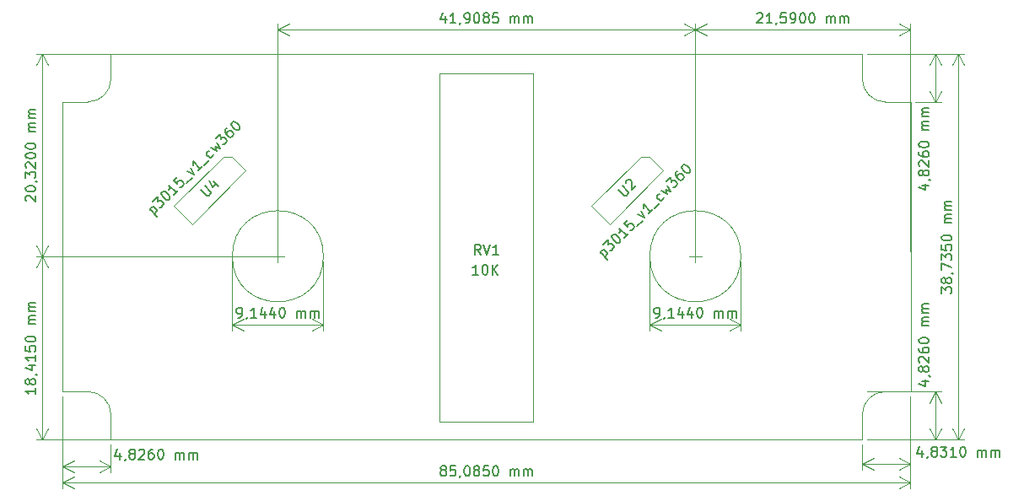
<source format=gbr>
%TF.GenerationSoftware,KiCad,Pcbnew,7.0.7*%
%TF.CreationDate,2023-10-01T14:42:12+02:00*%
%TF.ProjectId,Angle_Ana_Sw,416e676c-655f-4416-9e61-5f53772e6b69,1.0*%
%TF.SameCoordinates,Original*%
%TF.FileFunction,AssemblyDrawing,Top*%
%FSLAX46Y46*%
G04 Gerber Fmt 4.6, Leading zero omitted, Abs format (unit mm)*
G04 Created by KiCad (PCBNEW 7.0.7) date 2023-10-01 14:42:12*
%MOMM*%
%LPD*%
G01*
G04 APERTURE LIST*
%ADD10C,0.100000*%
%ADD11C,0.150000*%
G04 APERTURE END LIST*
D10*
X142624525Y-132080000D02*
G75*
G03*
X140335000Y-129790475I-2289525J0D01*
G01*
X200660000Y-116205000D02*
X201930000Y-116205000D01*
X158750000Y-116205000D02*
X160020000Y-116205000D01*
X137800000Y-129794000D02*
X137800000Y-100711000D01*
X218059000Y-98425000D02*
G75*
G03*
X220345000Y-100711000I2286000J0D01*
G01*
X142621000Y-98425000D02*
X142621000Y-95885000D01*
X159385000Y-115570000D02*
X159385000Y-116840000D01*
X142624525Y-132080000D02*
X142624525Y-134620000D01*
X220345000Y-100711000D02*
X222885000Y-100711000D01*
X140335000Y-100711000D02*
X137795000Y-100711000D01*
X222900000Y-100711000D02*
X222900000Y-129794000D01*
X201295000Y-115570000D02*
X201295000Y-116840000D01*
X142624525Y-134620000D02*
X218059000Y-134620000D01*
X140335000Y-129790475D02*
X137795000Y-129790475D01*
X142621000Y-95885000D02*
X218059000Y-95885000D01*
X218059000Y-98425000D02*
G75*
G03*
X220345000Y-100711000I2286000J0D01*
G01*
X218059000Y-98425000D02*
X218059000Y-95885000D01*
X218059000Y-132080000D02*
X218059000Y-134600000D01*
X140335000Y-100711000D02*
G75*
G03*
X142621000Y-98425000I0J2286000D01*
G01*
X220345000Y-129794000D02*
X222900000Y-129794000D01*
X220345000Y-129794000D02*
G75*
G03*
X218059000Y-132080000I0J-2286000D01*
G01*
D11*
X224044333Y-135671152D02*
X224044333Y-136337819D01*
X223806238Y-135290200D02*
X223568143Y-136004485D01*
X223568143Y-136004485D02*
X224187190Y-136004485D01*
X224615762Y-136290200D02*
X224615762Y-136337819D01*
X224615762Y-136337819D02*
X224568143Y-136433057D01*
X224568143Y-136433057D02*
X224520524Y-136480676D01*
X225187190Y-135766390D02*
X225091952Y-135718771D01*
X225091952Y-135718771D02*
X225044333Y-135671152D01*
X225044333Y-135671152D02*
X224996714Y-135575914D01*
X224996714Y-135575914D02*
X224996714Y-135528295D01*
X224996714Y-135528295D02*
X225044333Y-135433057D01*
X225044333Y-135433057D02*
X225091952Y-135385438D01*
X225091952Y-135385438D02*
X225187190Y-135337819D01*
X225187190Y-135337819D02*
X225377666Y-135337819D01*
X225377666Y-135337819D02*
X225472904Y-135385438D01*
X225472904Y-135385438D02*
X225520523Y-135433057D01*
X225520523Y-135433057D02*
X225568142Y-135528295D01*
X225568142Y-135528295D02*
X225568142Y-135575914D01*
X225568142Y-135575914D02*
X225520523Y-135671152D01*
X225520523Y-135671152D02*
X225472904Y-135718771D01*
X225472904Y-135718771D02*
X225377666Y-135766390D01*
X225377666Y-135766390D02*
X225187190Y-135766390D01*
X225187190Y-135766390D02*
X225091952Y-135814009D01*
X225091952Y-135814009D02*
X225044333Y-135861628D01*
X225044333Y-135861628D02*
X224996714Y-135956866D01*
X224996714Y-135956866D02*
X224996714Y-136147342D01*
X224996714Y-136147342D02*
X225044333Y-136242580D01*
X225044333Y-136242580D02*
X225091952Y-136290200D01*
X225091952Y-136290200D02*
X225187190Y-136337819D01*
X225187190Y-136337819D02*
X225377666Y-136337819D01*
X225377666Y-136337819D02*
X225472904Y-136290200D01*
X225472904Y-136290200D02*
X225520523Y-136242580D01*
X225520523Y-136242580D02*
X225568142Y-136147342D01*
X225568142Y-136147342D02*
X225568142Y-135956866D01*
X225568142Y-135956866D02*
X225520523Y-135861628D01*
X225520523Y-135861628D02*
X225472904Y-135814009D01*
X225472904Y-135814009D02*
X225377666Y-135766390D01*
X225901476Y-135337819D02*
X226520523Y-135337819D01*
X226520523Y-135337819D02*
X226187190Y-135718771D01*
X226187190Y-135718771D02*
X226330047Y-135718771D01*
X226330047Y-135718771D02*
X226425285Y-135766390D01*
X226425285Y-135766390D02*
X226472904Y-135814009D01*
X226472904Y-135814009D02*
X226520523Y-135909247D01*
X226520523Y-135909247D02*
X226520523Y-136147342D01*
X226520523Y-136147342D02*
X226472904Y-136242580D01*
X226472904Y-136242580D02*
X226425285Y-136290200D01*
X226425285Y-136290200D02*
X226330047Y-136337819D01*
X226330047Y-136337819D02*
X226044333Y-136337819D01*
X226044333Y-136337819D02*
X225949095Y-136290200D01*
X225949095Y-136290200D02*
X225901476Y-136242580D01*
X227472904Y-136337819D02*
X226901476Y-136337819D01*
X227187190Y-136337819D02*
X227187190Y-135337819D01*
X227187190Y-135337819D02*
X227091952Y-135480676D01*
X227091952Y-135480676D02*
X226996714Y-135575914D01*
X226996714Y-135575914D02*
X226901476Y-135623533D01*
X228091952Y-135337819D02*
X228187190Y-135337819D01*
X228187190Y-135337819D02*
X228282428Y-135385438D01*
X228282428Y-135385438D02*
X228330047Y-135433057D01*
X228330047Y-135433057D02*
X228377666Y-135528295D01*
X228377666Y-135528295D02*
X228425285Y-135718771D01*
X228425285Y-135718771D02*
X228425285Y-135956866D01*
X228425285Y-135956866D02*
X228377666Y-136147342D01*
X228377666Y-136147342D02*
X228330047Y-136242580D01*
X228330047Y-136242580D02*
X228282428Y-136290200D01*
X228282428Y-136290200D02*
X228187190Y-136337819D01*
X228187190Y-136337819D02*
X228091952Y-136337819D01*
X228091952Y-136337819D02*
X227996714Y-136290200D01*
X227996714Y-136290200D02*
X227949095Y-136242580D01*
X227949095Y-136242580D02*
X227901476Y-136147342D01*
X227901476Y-136147342D02*
X227853857Y-135956866D01*
X227853857Y-135956866D02*
X227853857Y-135718771D01*
X227853857Y-135718771D02*
X227901476Y-135528295D01*
X227901476Y-135528295D02*
X227949095Y-135433057D01*
X227949095Y-135433057D02*
X227996714Y-135385438D01*
X227996714Y-135385438D02*
X228091952Y-135337819D01*
X229615762Y-136337819D02*
X229615762Y-135671152D01*
X229615762Y-135766390D02*
X229663381Y-135718771D01*
X229663381Y-135718771D02*
X229758619Y-135671152D01*
X229758619Y-135671152D02*
X229901476Y-135671152D01*
X229901476Y-135671152D02*
X229996714Y-135718771D01*
X229996714Y-135718771D02*
X230044333Y-135814009D01*
X230044333Y-135814009D02*
X230044333Y-136337819D01*
X230044333Y-135814009D02*
X230091952Y-135718771D01*
X230091952Y-135718771D02*
X230187190Y-135671152D01*
X230187190Y-135671152D02*
X230330047Y-135671152D01*
X230330047Y-135671152D02*
X230425286Y-135718771D01*
X230425286Y-135718771D02*
X230472905Y-135814009D01*
X230472905Y-135814009D02*
X230472905Y-136337819D01*
X230949095Y-136337819D02*
X230949095Y-135671152D01*
X230949095Y-135766390D02*
X230996714Y-135718771D01*
X230996714Y-135718771D02*
X231091952Y-135671152D01*
X231091952Y-135671152D02*
X231234809Y-135671152D01*
X231234809Y-135671152D02*
X231330047Y-135718771D01*
X231330047Y-135718771D02*
X231377666Y-135814009D01*
X231377666Y-135814009D02*
X231377666Y-136337819D01*
X231377666Y-135814009D02*
X231425285Y-135718771D01*
X231425285Y-135718771D02*
X231520523Y-135671152D01*
X231520523Y-135671152D02*
X231663380Y-135671152D01*
X231663380Y-135671152D02*
X231758619Y-135718771D01*
X231758619Y-135718771D02*
X231806238Y-135814009D01*
X231806238Y-135814009D02*
X231806238Y-136337819D01*
D10*
X218054000Y-135120000D02*
X218054000Y-137619420D01*
X222885000Y-135120000D02*
X222885000Y-137619420D01*
X218054000Y-137033000D02*
X222885000Y-137033000D01*
X218054000Y-137033000D02*
X222885000Y-137033000D01*
X218054000Y-137033000D02*
X219180504Y-136446579D01*
X218054000Y-137033000D02*
X219180504Y-137619421D01*
X222885000Y-137033000D02*
X221758496Y-137619421D01*
X222885000Y-137033000D02*
X221758496Y-136446579D01*
D11*
X135067819Y-129460118D02*
X135067819Y-130031546D01*
X135067819Y-129745832D02*
X134067819Y-129745832D01*
X134067819Y-129745832D02*
X134210676Y-129841070D01*
X134210676Y-129841070D02*
X134305914Y-129936308D01*
X134305914Y-129936308D02*
X134353533Y-130031546D01*
X134496390Y-128888689D02*
X134448771Y-128983927D01*
X134448771Y-128983927D02*
X134401152Y-129031546D01*
X134401152Y-129031546D02*
X134305914Y-129079165D01*
X134305914Y-129079165D02*
X134258295Y-129079165D01*
X134258295Y-129079165D02*
X134163057Y-129031546D01*
X134163057Y-129031546D02*
X134115438Y-128983927D01*
X134115438Y-128983927D02*
X134067819Y-128888689D01*
X134067819Y-128888689D02*
X134067819Y-128698213D01*
X134067819Y-128698213D02*
X134115438Y-128602975D01*
X134115438Y-128602975D02*
X134163057Y-128555356D01*
X134163057Y-128555356D02*
X134258295Y-128507737D01*
X134258295Y-128507737D02*
X134305914Y-128507737D01*
X134305914Y-128507737D02*
X134401152Y-128555356D01*
X134401152Y-128555356D02*
X134448771Y-128602975D01*
X134448771Y-128602975D02*
X134496390Y-128698213D01*
X134496390Y-128698213D02*
X134496390Y-128888689D01*
X134496390Y-128888689D02*
X134544009Y-128983927D01*
X134544009Y-128983927D02*
X134591628Y-129031546D01*
X134591628Y-129031546D02*
X134686866Y-129079165D01*
X134686866Y-129079165D02*
X134877342Y-129079165D01*
X134877342Y-129079165D02*
X134972580Y-129031546D01*
X134972580Y-129031546D02*
X135020200Y-128983927D01*
X135020200Y-128983927D02*
X135067819Y-128888689D01*
X135067819Y-128888689D02*
X135067819Y-128698213D01*
X135067819Y-128698213D02*
X135020200Y-128602975D01*
X135020200Y-128602975D02*
X134972580Y-128555356D01*
X134972580Y-128555356D02*
X134877342Y-128507737D01*
X134877342Y-128507737D02*
X134686866Y-128507737D01*
X134686866Y-128507737D02*
X134591628Y-128555356D01*
X134591628Y-128555356D02*
X134544009Y-128602975D01*
X134544009Y-128602975D02*
X134496390Y-128698213D01*
X135020200Y-128031546D02*
X135067819Y-128031546D01*
X135067819Y-128031546D02*
X135163057Y-128079165D01*
X135163057Y-128079165D02*
X135210676Y-128126784D01*
X134401152Y-127174404D02*
X135067819Y-127174404D01*
X134020200Y-127412499D02*
X134734485Y-127650594D01*
X134734485Y-127650594D02*
X134734485Y-127031547D01*
X135067819Y-126126785D02*
X135067819Y-126698213D01*
X135067819Y-126412499D02*
X134067819Y-126412499D01*
X134067819Y-126412499D02*
X134210676Y-126507737D01*
X134210676Y-126507737D02*
X134305914Y-126602975D01*
X134305914Y-126602975D02*
X134353533Y-126698213D01*
X134067819Y-125222023D02*
X134067819Y-125698213D01*
X134067819Y-125698213D02*
X134544009Y-125745832D01*
X134544009Y-125745832D02*
X134496390Y-125698213D01*
X134496390Y-125698213D02*
X134448771Y-125602975D01*
X134448771Y-125602975D02*
X134448771Y-125364880D01*
X134448771Y-125364880D02*
X134496390Y-125269642D01*
X134496390Y-125269642D02*
X134544009Y-125222023D01*
X134544009Y-125222023D02*
X134639247Y-125174404D01*
X134639247Y-125174404D02*
X134877342Y-125174404D01*
X134877342Y-125174404D02*
X134972580Y-125222023D01*
X134972580Y-125222023D02*
X135020200Y-125269642D01*
X135020200Y-125269642D02*
X135067819Y-125364880D01*
X135067819Y-125364880D02*
X135067819Y-125602975D01*
X135067819Y-125602975D02*
X135020200Y-125698213D01*
X135020200Y-125698213D02*
X134972580Y-125745832D01*
X134067819Y-124555356D02*
X134067819Y-124460118D01*
X134067819Y-124460118D02*
X134115438Y-124364880D01*
X134115438Y-124364880D02*
X134163057Y-124317261D01*
X134163057Y-124317261D02*
X134258295Y-124269642D01*
X134258295Y-124269642D02*
X134448771Y-124222023D01*
X134448771Y-124222023D02*
X134686866Y-124222023D01*
X134686866Y-124222023D02*
X134877342Y-124269642D01*
X134877342Y-124269642D02*
X134972580Y-124317261D01*
X134972580Y-124317261D02*
X135020200Y-124364880D01*
X135020200Y-124364880D02*
X135067819Y-124460118D01*
X135067819Y-124460118D02*
X135067819Y-124555356D01*
X135067819Y-124555356D02*
X135020200Y-124650594D01*
X135020200Y-124650594D02*
X134972580Y-124698213D01*
X134972580Y-124698213D02*
X134877342Y-124745832D01*
X134877342Y-124745832D02*
X134686866Y-124793451D01*
X134686866Y-124793451D02*
X134448771Y-124793451D01*
X134448771Y-124793451D02*
X134258295Y-124745832D01*
X134258295Y-124745832D02*
X134163057Y-124698213D01*
X134163057Y-124698213D02*
X134115438Y-124650594D01*
X134115438Y-124650594D02*
X134067819Y-124555356D01*
X135067819Y-123031546D02*
X134401152Y-123031546D01*
X134496390Y-123031546D02*
X134448771Y-122983927D01*
X134448771Y-122983927D02*
X134401152Y-122888689D01*
X134401152Y-122888689D02*
X134401152Y-122745832D01*
X134401152Y-122745832D02*
X134448771Y-122650594D01*
X134448771Y-122650594D02*
X134544009Y-122602975D01*
X134544009Y-122602975D02*
X135067819Y-122602975D01*
X134544009Y-122602975D02*
X134448771Y-122555356D01*
X134448771Y-122555356D02*
X134401152Y-122460118D01*
X134401152Y-122460118D02*
X134401152Y-122317261D01*
X134401152Y-122317261D02*
X134448771Y-122222022D01*
X134448771Y-122222022D02*
X134544009Y-122174403D01*
X134544009Y-122174403D02*
X135067819Y-122174403D01*
X135067819Y-121698213D02*
X134401152Y-121698213D01*
X134496390Y-121698213D02*
X134448771Y-121650594D01*
X134448771Y-121650594D02*
X134401152Y-121555356D01*
X134401152Y-121555356D02*
X134401152Y-121412499D01*
X134401152Y-121412499D02*
X134448771Y-121317261D01*
X134448771Y-121317261D02*
X134544009Y-121269642D01*
X134544009Y-121269642D02*
X135067819Y-121269642D01*
X134544009Y-121269642D02*
X134448771Y-121222023D01*
X134448771Y-121222023D02*
X134401152Y-121126785D01*
X134401152Y-121126785D02*
X134401152Y-120983928D01*
X134401152Y-120983928D02*
X134448771Y-120888689D01*
X134448771Y-120888689D02*
X134544009Y-120841070D01*
X134544009Y-120841070D02*
X135067819Y-120841070D01*
D10*
X158885000Y-116205000D02*
X135176580Y-116205000D01*
X158885000Y-134620000D02*
X135176580Y-134620000D01*
X135763000Y-116205000D02*
X135763000Y-134620000D01*
X135763000Y-116205000D02*
X135763000Y-134620000D01*
X135763000Y-116205000D02*
X136349421Y-117331504D01*
X135763000Y-116205000D02*
X135176579Y-117331504D01*
X135763000Y-134620000D02*
X135176579Y-133493496D01*
X135763000Y-134620000D02*
X136349421Y-133493496D01*
D11*
X224063152Y-128761666D02*
X224729819Y-128761666D01*
X223682200Y-128999761D02*
X224396485Y-129237856D01*
X224396485Y-129237856D02*
X224396485Y-128618809D01*
X224682200Y-128190237D02*
X224729819Y-128190237D01*
X224729819Y-128190237D02*
X224825057Y-128237856D01*
X224825057Y-128237856D02*
X224872676Y-128285475D01*
X224158390Y-127618809D02*
X224110771Y-127714047D01*
X224110771Y-127714047D02*
X224063152Y-127761666D01*
X224063152Y-127761666D02*
X223967914Y-127809285D01*
X223967914Y-127809285D02*
X223920295Y-127809285D01*
X223920295Y-127809285D02*
X223825057Y-127761666D01*
X223825057Y-127761666D02*
X223777438Y-127714047D01*
X223777438Y-127714047D02*
X223729819Y-127618809D01*
X223729819Y-127618809D02*
X223729819Y-127428333D01*
X223729819Y-127428333D02*
X223777438Y-127333095D01*
X223777438Y-127333095D02*
X223825057Y-127285476D01*
X223825057Y-127285476D02*
X223920295Y-127237857D01*
X223920295Y-127237857D02*
X223967914Y-127237857D01*
X223967914Y-127237857D02*
X224063152Y-127285476D01*
X224063152Y-127285476D02*
X224110771Y-127333095D01*
X224110771Y-127333095D02*
X224158390Y-127428333D01*
X224158390Y-127428333D02*
X224158390Y-127618809D01*
X224158390Y-127618809D02*
X224206009Y-127714047D01*
X224206009Y-127714047D02*
X224253628Y-127761666D01*
X224253628Y-127761666D02*
X224348866Y-127809285D01*
X224348866Y-127809285D02*
X224539342Y-127809285D01*
X224539342Y-127809285D02*
X224634580Y-127761666D01*
X224634580Y-127761666D02*
X224682200Y-127714047D01*
X224682200Y-127714047D02*
X224729819Y-127618809D01*
X224729819Y-127618809D02*
X224729819Y-127428333D01*
X224729819Y-127428333D02*
X224682200Y-127333095D01*
X224682200Y-127333095D02*
X224634580Y-127285476D01*
X224634580Y-127285476D02*
X224539342Y-127237857D01*
X224539342Y-127237857D02*
X224348866Y-127237857D01*
X224348866Y-127237857D02*
X224253628Y-127285476D01*
X224253628Y-127285476D02*
X224206009Y-127333095D01*
X224206009Y-127333095D02*
X224158390Y-127428333D01*
X223825057Y-126856904D02*
X223777438Y-126809285D01*
X223777438Y-126809285D02*
X223729819Y-126714047D01*
X223729819Y-126714047D02*
X223729819Y-126475952D01*
X223729819Y-126475952D02*
X223777438Y-126380714D01*
X223777438Y-126380714D02*
X223825057Y-126333095D01*
X223825057Y-126333095D02*
X223920295Y-126285476D01*
X223920295Y-126285476D02*
X224015533Y-126285476D01*
X224015533Y-126285476D02*
X224158390Y-126333095D01*
X224158390Y-126333095D02*
X224729819Y-126904523D01*
X224729819Y-126904523D02*
X224729819Y-126285476D01*
X223729819Y-125428333D02*
X223729819Y-125618809D01*
X223729819Y-125618809D02*
X223777438Y-125714047D01*
X223777438Y-125714047D02*
X223825057Y-125761666D01*
X223825057Y-125761666D02*
X223967914Y-125856904D01*
X223967914Y-125856904D02*
X224158390Y-125904523D01*
X224158390Y-125904523D02*
X224539342Y-125904523D01*
X224539342Y-125904523D02*
X224634580Y-125856904D01*
X224634580Y-125856904D02*
X224682200Y-125809285D01*
X224682200Y-125809285D02*
X224729819Y-125714047D01*
X224729819Y-125714047D02*
X224729819Y-125523571D01*
X224729819Y-125523571D02*
X224682200Y-125428333D01*
X224682200Y-125428333D02*
X224634580Y-125380714D01*
X224634580Y-125380714D02*
X224539342Y-125333095D01*
X224539342Y-125333095D02*
X224301247Y-125333095D01*
X224301247Y-125333095D02*
X224206009Y-125380714D01*
X224206009Y-125380714D02*
X224158390Y-125428333D01*
X224158390Y-125428333D02*
X224110771Y-125523571D01*
X224110771Y-125523571D02*
X224110771Y-125714047D01*
X224110771Y-125714047D02*
X224158390Y-125809285D01*
X224158390Y-125809285D02*
X224206009Y-125856904D01*
X224206009Y-125856904D02*
X224301247Y-125904523D01*
X223729819Y-124714047D02*
X223729819Y-124618809D01*
X223729819Y-124618809D02*
X223777438Y-124523571D01*
X223777438Y-124523571D02*
X223825057Y-124475952D01*
X223825057Y-124475952D02*
X223920295Y-124428333D01*
X223920295Y-124428333D02*
X224110771Y-124380714D01*
X224110771Y-124380714D02*
X224348866Y-124380714D01*
X224348866Y-124380714D02*
X224539342Y-124428333D01*
X224539342Y-124428333D02*
X224634580Y-124475952D01*
X224634580Y-124475952D02*
X224682200Y-124523571D01*
X224682200Y-124523571D02*
X224729819Y-124618809D01*
X224729819Y-124618809D02*
X224729819Y-124714047D01*
X224729819Y-124714047D02*
X224682200Y-124809285D01*
X224682200Y-124809285D02*
X224634580Y-124856904D01*
X224634580Y-124856904D02*
X224539342Y-124904523D01*
X224539342Y-124904523D02*
X224348866Y-124952142D01*
X224348866Y-124952142D02*
X224110771Y-124952142D01*
X224110771Y-124952142D02*
X223920295Y-124904523D01*
X223920295Y-124904523D02*
X223825057Y-124856904D01*
X223825057Y-124856904D02*
X223777438Y-124809285D01*
X223777438Y-124809285D02*
X223729819Y-124714047D01*
X224729819Y-123190237D02*
X224063152Y-123190237D01*
X224158390Y-123190237D02*
X224110771Y-123142618D01*
X224110771Y-123142618D02*
X224063152Y-123047380D01*
X224063152Y-123047380D02*
X224063152Y-122904523D01*
X224063152Y-122904523D02*
X224110771Y-122809285D01*
X224110771Y-122809285D02*
X224206009Y-122761666D01*
X224206009Y-122761666D02*
X224729819Y-122761666D01*
X224206009Y-122761666D02*
X224110771Y-122714047D01*
X224110771Y-122714047D02*
X224063152Y-122618809D01*
X224063152Y-122618809D02*
X224063152Y-122475952D01*
X224063152Y-122475952D02*
X224110771Y-122380713D01*
X224110771Y-122380713D02*
X224206009Y-122333094D01*
X224206009Y-122333094D02*
X224729819Y-122333094D01*
X224729819Y-121856904D02*
X224063152Y-121856904D01*
X224158390Y-121856904D02*
X224110771Y-121809285D01*
X224110771Y-121809285D02*
X224063152Y-121714047D01*
X224063152Y-121714047D02*
X224063152Y-121571190D01*
X224063152Y-121571190D02*
X224110771Y-121475952D01*
X224110771Y-121475952D02*
X224206009Y-121428333D01*
X224206009Y-121428333D02*
X224729819Y-121428333D01*
X224206009Y-121428333D02*
X224110771Y-121380714D01*
X224110771Y-121380714D02*
X224063152Y-121285476D01*
X224063152Y-121285476D02*
X224063152Y-121142619D01*
X224063152Y-121142619D02*
X224110771Y-121047380D01*
X224110771Y-121047380D02*
X224206009Y-120999761D01*
X224206009Y-120999761D02*
X224729819Y-120999761D01*
D10*
X218559000Y-134620000D02*
X226011420Y-134620000D01*
X218559000Y-129794000D02*
X226011420Y-129794000D01*
X225425000Y-134620000D02*
X225425000Y-129794000D01*
X225425000Y-134620000D02*
X225425000Y-129794000D01*
X225425000Y-134620000D02*
X224838579Y-133493496D01*
X225425000Y-134620000D02*
X226011421Y-133493496D01*
X225425000Y-129794000D02*
X226011421Y-130920504D01*
X225425000Y-129794000D02*
X224838579Y-130920504D01*
D11*
X226015819Y-119919165D02*
X226015819Y-119300118D01*
X226015819Y-119300118D02*
X226396771Y-119633451D01*
X226396771Y-119633451D02*
X226396771Y-119490594D01*
X226396771Y-119490594D02*
X226444390Y-119395356D01*
X226444390Y-119395356D02*
X226492009Y-119347737D01*
X226492009Y-119347737D02*
X226587247Y-119300118D01*
X226587247Y-119300118D02*
X226825342Y-119300118D01*
X226825342Y-119300118D02*
X226920580Y-119347737D01*
X226920580Y-119347737D02*
X226968200Y-119395356D01*
X226968200Y-119395356D02*
X227015819Y-119490594D01*
X227015819Y-119490594D02*
X227015819Y-119776308D01*
X227015819Y-119776308D02*
X226968200Y-119871546D01*
X226968200Y-119871546D02*
X226920580Y-119919165D01*
X226444390Y-118728689D02*
X226396771Y-118823927D01*
X226396771Y-118823927D02*
X226349152Y-118871546D01*
X226349152Y-118871546D02*
X226253914Y-118919165D01*
X226253914Y-118919165D02*
X226206295Y-118919165D01*
X226206295Y-118919165D02*
X226111057Y-118871546D01*
X226111057Y-118871546D02*
X226063438Y-118823927D01*
X226063438Y-118823927D02*
X226015819Y-118728689D01*
X226015819Y-118728689D02*
X226015819Y-118538213D01*
X226015819Y-118538213D02*
X226063438Y-118442975D01*
X226063438Y-118442975D02*
X226111057Y-118395356D01*
X226111057Y-118395356D02*
X226206295Y-118347737D01*
X226206295Y-118347737D02*
X226253914Y-118347737D01*
X226253914Y-118347737D02*
X226349152Y-118395356D01*
X226349152Y-118395356D02*
X226396771Y-118442975D01*
X226396771Y-118442975D02*
X226444390Y-118538213D01*
X226444390Y-118538213D02*
X226444390Y-118728689D01*
X226444390Y-118728689D02*
X226492009Y-118823927D01*
X226492009Y-118823927D02*
X226539628Y-118871546D01*
X226539628Y-118871546D02*
X226634866Y-118919165D01*
X226634866Y-118919165D02*
X226825342Y-118919165D01*
X226825342Y-118919165D02*
X226920580Y-118871546D01*
X226920580Y-118871546D02*
X226968200Y-118823927D01*
X226968200Y-118823927D02*
X227015819Y-118728689D01*
X227015819Y-118728689D02*
X227015819Y-118538213D01*
X227015819Y-118538213D02*
X226968200Y-118442975D01*
X226968200Y-118442975D02*
X226920580Y-118395356D01*
X226920580Y-118395356D02*
X226825342Y-118347737D01*
X226825342Y-118347737D02*
X226634866Y-118347737D01*
X226634866Y-118347737D02*
X226539628Y-118395356D01*
X226539628Y-118395356D02*
X226492009Y-118442975D01*
X226492009Y-118442975D02*
X226444390Y-118538213D01*
X226968200Y-117871546D02*
X227015819Y-117871546D01*
X227015819Y-117871546D02*
X227111057Y-117919165D01*
X227111057Y-117919165D02*
X227158676Y-117966784D01*
X226015819Y-117538213D02*
X226015819Y-116871547D01*
X226015819Y-116871547D02*
X227015819Y-117300118D01*
X226015819Y-116585832D02*
X226015819Y-115966785D01*
X226015819Y-115966785D02*
X226396771Y-116300118D01*
X226396771Y-116300118D02*
X226396771Y-116157261D01*
X226396771Y-116157261D02*
X226444390Y-116062023D01*
X226444390Y-116062023D02*
X226492009Y-116014404D01*
X226492009Y-116014404D02*
X226587247Y-115966785D01*
X226587247Y-115966785D02*
X226825342Y-115966785D01*
X226825342Y-115966785D02*
X226920580Y-116014404D01*
X226920580Y-116014404D02*
X226968200Y-116062023D01*
X226968200Y-116062023D02*
X227015819Y-116157261D01*
X227015819Y-116157261D02*
X227015819Y-116442975D01*
X227015819Y-116442975D02*
X226968200Y-116538213D01*
X226968200Y-116538213D02*
X226920580Y-116585832D01*
X226015819Y-115062023D02*
X226015819Y-115538213D01*
X226015819Y-115538213D02*
X226492009Y-115585832D01*
X226492009Y-115585832D02*
X226444390Y-115538213D01*
X226444390Y-115538213D02*
X226396771Y-115442975D01*
X226396771Y-115442975D02*
X226396771Y-115204880D01*
X226396771Y-115204880D02*
X226444390Y-115109642D01*
X226444390Y-115109642D02*
X226492009Y-115062023D01*
X226492009Y-115062023D02*
X226587247Y-115014404D01*
X226587247Y-115014404D02*
X226825342Y-115014404D01*
X226825342Y-115014404D02*
X226920580Y-115062023D01*
X226920580Y-115062023D02*
X226968200Y-115109642D01*
X226968200Y-115109642D02*
X227015819Y-115204880D01*
X227015819Y-115204880D02*
X227015819Y-115442975D01*
X227015819Y-115442975D02*
X226968200Y-115538213D01*
X226968200Y-115538213D02*
X226920580Y-115585832D01*
X226015819Y-114395356D02*
X226015819Y-114300118D01*
X226015819Y-114300118D02*
X226063438Y-114204880D01*
X226063438Y-114204880D02*
X226111057Y-114157261D01*
X226111057Y-114157261D02*
X226206295Y-114109642D01*
X226206295Y-114109642D02*
X226396771Y-114062023D01*
X226396771Y-114062023D02*
X226634866Y-114062023D01*
X226634866Y-114062023D02*
X226825342Y-114109642D01*
X226825342Y-114109642D02*
X226920580Y-114157261D01*
X226920580Y-114157261D02*
X226968200Y-114204880D01*
X226968200Y-114204880D02*
X227015819Y-114300118D01*
X227015819Y-114300118D02*
X227015819Y-114395356D01*
X227015819Y-114395356D02*
X226968200Y-114490594D01*
X226968200Y-114490594D02*
X226920580Y-114538213D01*
X226920580Y-114538213D02*
X226825342Y-114585832D01*
X226825342Y-114585832D02*
X226634866Y-114633451D01*
X226634866Y-114633451D02*
X226396771Y-114633451D01*
X226396771Y-114633451D02*
X226206295Y-114585832D01*
X226206295Y-114585832D02*
X226111057Y-114538213D01*
X226111057Y-114538213D02*
X226063438Y-114490594D01*
X226063438Y-114490594D02*
X226015819Y-114395356D01*
X227015819Y-112871546D02*
X226349152Y-112871546D01*
X226444390Y-112871546D02*
X226396771Y-112823927D01*
X226396771Y-112823927D02*
X226349152Y-112728689D01*
X226349152Y-112728689D02*
X226349152Y-112585832D01*
X226349152Y-112585832D02*
X226396771Y-112490594D01*
X226396771Y-112490594D02*
X226492009Y-112442975D01*
X226492009Y-112442975D02*
X227015819Y-112442975D01*
X226492009Y-112442975D02*
X226396771Y-112395356D01*
X226396771Y-112395356D02*
X226349152Y-112300118D01*
X226349152Y-112300118D02*
X226349152Y-112157261D01*
X226349152Y-112157261D02*
X226396771Y-112062022D01*
X226396771Y-112062022D02*
X226492009Y-112014403D01*
X226492009Y-112014403D02*
X227015819Y-112014403D01*
X227015819Y-111538213D02*
X226349152Y-111538213D01*
X226444390Y-111538213D02*
X226396771Y-111490594D01*
X226396771Y-111490594D02*
X226349152Y-111395356D01*
X226349152Y-111395356D02*
X226349152Y-111252499D01*
X226349152Y-111252499D02*
X226396771Y-111157261D01*
X226396771Y-111157261D02*
X226492009Y-111109642D01*
X226492009Y-111109642D02*
X227015819Y-111109642D01*
X226492009Y-111109642D02*
X226396771Y-111062023D01*
X226396771Y-111062023D02*
X226349152Y-110966785D01*
X226349152Y-110966785D02*
X226349152Y-110823928D01*
X226349152Y-110823928D02*
X226396771Y-110728689D01*
X226396771Y-110728689D02*
X226492009Y-110681070D01*
X226492009Y-110681070D02*
X227015819Y-110681070D01*
D10*
X218554000Y-134620000D02*
X228297420Y-134620000D01*
X218554000Y-95885000D02*
X228297420Y-95885000D01*
X227711000Y-134620000D02*
X227711000Y-95885000D01*
X227711000Y-134620000D02*
X227711000Y-95885000D01*
X227711000Y-134620000D02*
X227124579Y-133493496D01*
X227711000Y-134620000D02*
X228297421Y-133493496D01*
X227711000Y-95885000D02*
X228297421Y-97011504D01*
X227711000Y-95885000D02*
X227124579Y-97011504D01*
D11*
X224063152Y-109076666D02*
X224729819Y-109076666D01*
X223682200Y-109314761D02*
X224396485Y-109552856D01*
X224396485Y-109552856D02*
X224396485Y-108933809D01*
X224682200Y-108505237D02*
X224729819Y-108505237D01*
X224729819Y-108505237D02*
X224825057Y-108552856D01*
X224825057Y-108552856D02*
X224872676Y-108600475D01*
X224158390Y-107933809D02*
X224110771Y-108029047D01*
X224110771Y-108029047D02*
X224063152Y-108076666D01*
X224063152Y-108076666D02*
X223967914Y-108124285D01*
X223967914Y-108124285D02*
X223920295Y-108124285D01*
X223920295Y-108124285D02*
X223825057Y-108076666D01*
X223825057Y-108076666D02*
X223777438Y-108029047D01*
X223777438Y-108029047D02*
X223729819Y-107933809D01*
X223729819Y-107933809D02*
X223729819Y-107743333D01*
X223729819Y-107743333D02*
X223777438Y-107648095D01*
X223777438Y-107648095D02*
X223825057Y-107600476D01*
X223825057Y-107600476D02*
X223920295Y-107552857D01*
X223920295Y-107552857D02*
X223967914Y-107552857D01*
X223967914Y-107552857D02*
X224063152Y-107600476D01*
X224063152Y-107600476D02*
X224110771Y-107648095D01*
X224110771Y-107648095D02*
X224158390Y-107743333D01*
X224158390Y-107743333D02*
X224158390Y-107933809D01*
X224158390Y-107933809D02*
X224206009Y-108029047D01*
X224206009Y-108029047D02*
X224253628Y-108076666D01*
X224253628Y-108076666D02*
X224348866Y-108124285D01*
X224348866Y-108124285D02*
X224539342Y-108124285D01*
X224539342Y-108124285D02*
X224634580Y-108076666D01*
X224634580Y-108076666D02*
X224682200Y-108029047D01*
X224682200Y-108029047D02*
X224729819Y-107933809D01*
X224729819Y-107933809D02*
X224729819Y-107743333D01*
X224729819Y-107743333D02*
X224682200Y-107648095D01*
X224682200Y-107648095D02*
X224634580Y-107600476D01*
X224634580Y-107600476D02*
X224539342Y-107552857D01*
X224539342Y-107552857D02*
X224348866Y-107552857D01*
X224348866Y-107552857D02*
X224253628Y-107600476D01*
X224253628Y-107600476D02*
X224206009Y-107648095D01*
X224206009Y-107648095D02*
X224158390Y-107743333D01*
X223825057Y-107171904D02*
X223777438Y-107124285D01*
X223777438Y-107124285D02*
X223729819Y-107029047D01*
X223729819Y-107029047D02*
X223729819Y-106790952D01*
X223729819Y-106790952D02*
X223777438Y-106695714D01*
X223777438Y-106695714D02*
X223825057Y-106648095D01*
X223825057Y-106648095D02*
X223920295Y-106600476D01*
X223920295Y-106600476D02*
X224015533Y-106600476D01*
X224015533Y-106600476D02*
X224158390Y-106648095D01*
X224158390Y-106648095D02*
X224729819Y-107219523D01*
X224729819Y-107219523D02*
X224729819Y-106600476D01*
X223729819Y-105743333D02*
X223729819Y-105933809D01*
X223729819Y-105933809D02*
X223777438Y-106029047D01*
X223777438Y-106029047D02*
X223825057Y-106076666D01*
X223825057Y-106076666D02*
X223967914Y-106171904D01*
X223967914Y-106171904D02*
X224158390Y-106219523D01*
X224158390Y-106219523D02*
X224539342Y-106219523D01*
X224539342Y-106219523D02*
X224634580Y-106171904D01*
X224634580Y-106171904D02*
X224682200Y-106124285D01*
X224682200Y-106124285D02*
X224729819Y-106029047D01*
X224729819Y-106029047D02*
X224729819Y-105838571D01*
X224729819Y-105838571D02*
X224682200Y-105743333D01*
X224682200Y-105743333D02*
X224634580Y-105695714D01*
X224634580Y-105695714D02*
X224539342Y-105648095D01*
X224539342Y-105648095D02*
X224301247Y-105648095D01*
X224301247Y-105648095D02*
X224206009Y-105695714D01*
X224206009Y-105695714D02*
X224158390Y-105743333D01*
X224158390Y-105743333D02*
X224110771Y-105838571D01*
X224110771Y-105838571D02*
X224110771Y-106029047D01*
X224110771Y-106029047D02*
X224158390Y-106124285D01*
X224158390Y-106124285D02*
X224206009Y-106171904D01*
X224206009Y-106171904D02*
X224301247Y-106219523D01*
X223729819Y-105029047D02*
X223729819Y-104933809D01*
X223729819Y-104933809D02*
X223777438Y-104838571D01*
X223777438Y-104838571D02*
X223825057Y-104790952D01*
X223825057Y-104790952D02*
X223920295Y-104743333D01*
X223920295Y-104743333D02*
X224110771Y-104695714D01*
X224110771Y-104695714D02*
X224348866Y-104695714D01*
X224348866Y-104695714D02*
X224539342Y-104743333D01*
X224539342Y-104743333D02*
X224634580Y-104790952D01*
X224634580Y-104790952D02*
X224682200Y-104838571D01*
X224682200Y-104838571D02*
X224729819Y-104933809D01*
X224729819Y-104933809D02*
X224729819Y-105029047D01*
X224729819Y-105029047D02*
X224682200Y-105124285D01*
X224682200Y-105124285D02*
X224634580Y-105171904D01*
X224634580Y-105171904D02*
X224539342Y-105219523D01*
X224539342Y-105219523D02*
X224348866Y-105267142D01*
X224348866Y-105267142D02*
X224110771Y-105267142D01*
X224110771Y-105267142D02*
X223920295Y-105219523D01*
X223920295Y-105219523D02*
X223825057Y-105171904D01*
X223825057Y-105171904D02*
X223777438Y-105124285D01*
X223777438Y-105124285D02*
X223729819Y-105029047D01*
X224729819Y-103505237D02*
X224063152Y-103505237D01*
X224158390Y-103505237D02*
X224110771Y-103457618D01*
X224110771Y-103457618D02*
X224063152Y-103362380D01*
X224063152Y-103362380D02*
X224063152Y-103219523D01*
X224063152Y-103219523D02*
X224110771Y-103124285D01*
X224110771Y-103124285D02*
X224206009Y-103076666D01*
X224206009Y-103076666D02*
X224729819Y-103076666D01*
X224206009Y-103076666D02*
X224110771Y-103029047D01*
X224110771Y-103029047D02*
X224063152Y-102933809D01*
X224063152Y-102933809D02*
X224063152Y-102790952D01*
X224063152Y-102790952D02*
X224110771Y-102695713D01*
X224110771Y-102695713D02*
X224206009Y-102648094D01*
X224206009Y-102648094D02*
X224729819Y-102648094D01*
X224729819Y-102171904D02*
X224063152Y-102171904D01*
X224158390Y-102171904D02*
X224110771Y-102124285D01*
X224110771Y-102124285D02*
X224063152Y-102029047D01*
X224063152Y-102029047D02*
X224063152Y-101886190D01*
X224063152Y-101886190D02*
X224110771Y-101790952D01*
X224110771Y-101790952D02*
X224206009Y-101743333D01*
X224206009Y-101743333D02*
X224729819Y-101743333D01*
X224206009Y-101743333D02*
X224110771Y-101695714D01*
X224110771Y-101695714D02*
X224063152Y-101600476D01*
X224063152Y-101600476D02*
X224063152Y-101457619D01*
X224063152Y-101457619D02*
X224110771Y-101362380D01*
X224110771Y-101362380D02*
X224206009Y-101314761D01*
X224206009Y-101314761D02*
X224729819Y-101314761D01*
D10*
X223385000Y-100711000D02*
X226011420Y-100711000D01*
X223385000Y-95885000D02*
X226011420Y-95885000D01*
X225425000Y-100711000D02*
X225425000Y-95885000D01*
X225425000Y-100711000D02*
X225425000Y-95885000D01*
X225425000Y-100711000D02*
X224838579Y-99584496D01*
X225425000Y-100711000D02*
X226011421Y-99584496D01*
X225425000Y-95885000D02*
X226011421Y-97011504D01*
X225425000Y-95885000D02*
X224838579Y-97011504D01*
D11*
X134163057Y-110664046D02*
X134115438Y-110616427D01*
X134115438Y-110616427D02*
X134067819Y-110521189D01*
X134067819Y-110521189D02*
X134067819Y-110283094D01*
X134067819Y-110283094D02*
X134115438Y-110187856D01*
X134115438Y-110187856D02*
X134163057Y-110140237D01*
X134163057Y-110140237D02*
X134258295Y-110092618D01*
X134258295Y-110092618D02*
X134353533Y-110092618D01*
X134353533Y-110092618D02*
X134496390Y-110140237D01*
X134496390Y-110140237D02*
X135067819Y-110711665D01*
X135067819Y-110711665D02*
X135067819Y-110092618D01*
X134067819Y-109473570D02*
X134067819Y-109378332D01*
X134067819Y-109378332D02*
X134115438Y-109283094D01*
X134115438Y-109283094D02*
X134163057Y-109235475D01*
X134163057Y-109235475D02*
X134258295Y-109187856D01*
X134258295Y-109187856D02*
X134448771Y-109140237D01*
X134448771Y-109140237D02*
X134686866Y-109140237D01*
X134686866Y-109140237D02*
X134877342Y-109187856D01*
X134877342Y-109187856D02*
X134972580Y-109235475D01*
X134972580Y-109235475D02*
X135020200Y-109283094D01*
X135020200Y-109283094D02*
X135067819Y-109378332D01*
X135067819Y-109378332D02*
X135067819Y-109473570D01*
X135067819Y-109473570D02*
X135020200Y-109568808D01*
X135020200Y-109568808D02*
X134972580Y-109616427D01*
X134972580Y-109616427D02*
X134877342Y-109664046D01*
X134877342Y-109664046D02*
X134686866Y-109711665D01*
X134686866Y-109711665D02*
X134448771Y-109711665D01*
X134448771Y-109711665D02*
X134258295Y-109664046D01*
X134258295Y-109664046D02*
X134163057Y-109616427D01*
X134163057Y-109616427D02*
X134115438Y-109568808D01*
X134115438Y-109568808D02*
X134067819Y-109473570D01*
X135020200Y-108664046D02*
X135067819Y-108664046D01*
X135067819Y-108664046D02*
X135163057Y-108711665D01*
X135163057Y-108711665D02*
X135210676Y-108759284D01*
X134067819Y-108330713D02*
X134067819Y-107711666D01*
X134067819Y-107711666D02*
X134448771Y-108044999D01*
X134448771Y-108044999D02*
X134448771Y-107902142D01*
X134448771Y-107902142D02*
X134496390Y-107806904D01*
X134496390Y-107806904D02*
X134544009Y-107759285D01*
X134544009Y-107759285D02*
X134639247Y-107711666D01*
X134639247Y-107711666D02*
X134877342Y-107711666D01*
X134877342Y-107711666D02*
X134972580Y-107759285D01*
X134972580Y-107759285D02*
X135020200Y-107806904D01*
X135020200Y-107806904D02*
X135067819Y-107902142D01*
X135067819Y-107902142D02*
X135067819Y-108187856D01*
X135067819Y-108187856D02*
X135020200Y-108283094D01*
X135020200Y-108283094D02*
X134972580Y-108330713D01*
X134163057Y-107330713D02*
X134115438Y-107283094D01*
X134115438Y-107283094D02*
X134067819Y-107187856D01*
X134067819Y-107187856D02*
X134067819Y-106949761D01*
X134067819Y-106949761D02*
X134115438Y-106854523D01*
X134115438Y-106854523D02*
X134163057Y-106806904D01*
X134163057Y-106806904D02*
X134258295Y-106759285D01*
X134258295Y-106759285D02*
X134353533Y-106759285D01*
X134353533Y-106759285D02*
X134496390Y-106806904D01*
X134496390Y-106806904D02*
X135067819Y-107378332D01*
X135067819Y-107378332D02*
X135067819Y-106759285D01*
X134067819Y-106140237D02*
X134067819Y-106044999D01*
X134067819Y-106044999D02*
X134115438Y-105949761D01*
X134115438Y-105949761D02*
X134163057Y-105902142D01*
X134163057Y-105902142D02*
X134258295Y-105854523D01*
X134258295Y-105854523D02*
X134448771Y-105806904D01*
X134448771Y-105806904D02*
X134686866Y-105806904D01*
X134686866Y-105806904D02*
X134877342Y-105854523D01*
X134877342Y-105854523D02*
X134972580Y-105902142D01*
X134972580Y-105902142D02*
X135020200Y-105949761D01*
X135020200Y-105949761D02*
X135067819Y-106044999D01*
X135067819Y-106044999D02*
X135067819Y-106140237D01*
X135067819Y-106140237D02*
X135020200Y-106235475D01*
X135020200Y-106235475D02*
X134972580Y-106283094D01*
X134972580Y-106283094D02*
X134877342Y-106330713D01*
X134877342Y-106330713D02*
X134686866Y-106378332D01*
X134686866Y-106378332D02*
X134448771Y-106378332D01*
X134448771Y-106378332D02*
X134258295Y-106330713D01*
X134258295Y-106330713D02*
X134163057Y-106283094D01*
X134163057Y-106283094D02*
X134115438Y-106235475D01*
X134115438Y-106235475D02*
X134067819Y-106140237D01*
X134067819Y-105187856D02*
X134067819Y-105092618D01*
X134067819Y-105092618D02*
X134115438Y-104997380D01*
X134115438Y-104997380D02*
X134163057Y-104949761D01*
X134163057Y-104949761D02*
X134258295Y-104902142D01*
X134258295Y-104902142D02*
X134448771Y-104854523D01*
X134448771Y-104854523D02*
X134686866Y-104854523D01*
X134686866Y-104854523D02*
X134877342Y-104902142D01*
X134877342Y-104902142D02*
X134972580Y-104949761D01*
X134972580Y-104949761D02*
X135020200Y-104997380D01*
X135020200Y-104997380D02*
X135067819Y-105092618D01*
X135067819Y-105092618D02*
X135067819Y-105187856D01*
X135067819Y-105187856D02*
X135020200Y-105283094D01*
X135020200Y-105283094D02*
X134972580Y-105330713D01*
X134972580Y-105330713D02*
X134877342Y-105378332D01*
X134877342Y-105378332D02*
X134686866Y-105425951D01*
X134686866Y-105425951D02*
X134448771Y-105425951D01*
X134448771Y-105425951D02*
X134258295Y-105378332D01*
X134258295Y-105378332D02*
X134163057Y-105330713D01*
X134163057Y-105330713D02*
X134115438Y-105283094D01*
X134115438Y-105283094D02*
X134067819Y-105187856D01*
X135067819Y-103664046D02*
X134401152Y-103664046D01*
X134496390Y-103664046D02*
X134448771Y-103616427D01*
X134448771Y-103616427D02*
X134401152Y-103521189D01*
X134401152Y-103521189D02*
X134401152Y-103378332D01*
X134401152Y-103378332D02*
X134448771Y-103283094D01*
X134448771Y-103283094D02*
X134544009Y-103235475D01*
X134544009Y-103235475D02*
X135067819Y-103235475D01*
X134544009Y-103235475D02*
X134448771Y-103187856D01*
X134448771Y-103187856D02*
X134401152Y-103092618D01*
X134401152Y-103092618D02*
X134401152Y-102949761D01*
X134401152Y-102949761D02*
X134448771Y-102854522D01*
X134448771Y-102854522D02*
X134544009Y-102806903D01*
X134544009Y-102806903D02*
X135067819Y-102806903D01*
X135067819Y-102330713D02*
X134401152Y-102330713D01*
X134496390Y-102330713D02*
X134448771Y-102283094D01*
X134448771Y-102283094D02*
X134401152Y-102187856D01*
X134401152Y-102187856D02*
X134401152Y-102044999D01*
X134401152Y-102044999D02*
X134448771Y-101949761D01*
X134448771Y-101949761D02*
X134544009Y-101902142D01*
X134544009Y-101902142D02*
X135067819Y-101902142D01*
X134544009Y-101902142D02*
X134448771Y-101854523D01*
X134448771Y-101854523D02*
X134401152Y-101759285D01*
X134401152Y-101759285D02*
X134401152Y-101616428D01*
X134401152Y-101616428D02*
X134448771Y-101521189D01*
X134448771Y-101521189D02*
X134544009Y-101473570D01*
X134544009Y-101473570D02*
X135067819Y-101473570D01*
D10*
X158885000Y-116205000D02*
X135176580Y-116205000D01*
X158885000Y-95885000D02*
X135176580Y-95885000D01*
X135763000Y-116205000D02*
X135763000Y-95885000D01*
X135763000Y-116205000D02*
X135763000Y-95885000D01*
X135763000Y-116205000D02*
X135176579Y-115078496D01*
X135763000Y-116205000D02*
X136349421Y-115078496D01*
X135763000Y-95885000D02*
X136349421Y-97011504D01*
X135763000Y-95885000D02*
X135176579Y-97011504D01*
D11*
X143526333Y-135925152D02*
X143526333Y-136591819D01*
X143288238Y-135544200D02*
X143050143Y-136258485D01*
X143050143Y-136258485D02*
X143669190Y-136258485D01*
X144097762Y-136544200D02*
X144097762Y-136591819D01*
X144097762Y-136591819D02*
X144050143Y-136687057D01*
X144050143Y-136687057D02*
X144002524Y-136734676D01*
X144669190Y-136020390D02*
X144573952Y-135972771D01*
X144573952Y-135972771D02*
X144526333Y-135925152D01*
X144526333Y-135925152D02*
X144478714Y-135829914D01*
X144478714Y-135829914D02*
X144478714Y-135782295D01*
X144478714Y-135782295D02*
X144526333Y-135687057D01*
X144526333Y-135687057D02*
X144573952Y-135639438D01*
X144573952Y-135639438D02*
X144669190Y-135591819D01*
X144669190Y-135591819D02*
X144859666Y-135591819D01*
X144859666Y-135591819D02*
X144954904Y-135639438D01*
X144954904Y-135639438D02*
X145002523Y-135687057D01*
X145002523Y-135687057D02*
X145050142Y-135782295D01*
X145050142Y-135782295D02*
X145050142Y-135829914D01*
X145050142Y-135829914D02*
X145002523Y-135925152D01*
X145002523Y-135925152D02*
X144954904Y-135972771D01*
X144954904Y-135972771D02*
X144859666Y-136020390D01*
X144859666Y-136020390D02*
X144669190Y-136020390D01*
X144669190Y-136020390D02*
X144573952Y-136068009D01*
X144573952Y-136068009D02*
X144526333Y-136115628D01*
X144526333Y-136115628D02*
X144478714Y-136210866D01*
X144478714Y-136210866D02*
X144478714Y-136401342D01*
X144478714Y-136401342D02*
X144526333Y-136496580D01*
X144526333Y-136496580D02*
X144573952Y-136544200D01*
X144573952Y-136544200D02*
X144669190Y-136591819D01*
X144669190Y-136591819D02*
X144859666Y-136591819D01*
X144859666Y-136591819D02*
X144954904Y-136544200D01*
X144954904Y-136544200D02*
X145002523Y-136496580D01*
X145002523Y-136496580D02*
X145050142Y-136401342D01*
X145050142Y-136401342D02*
X145050142Y-136210866D01*
X145050142Y-136210866D02*
X145002523Y-136115628D01*
X145002523Y-136115628D02*
X144954904Y-136068009D01*
X144954904Y-136068009D02*
X144859666Y-136020390D01*
X145431095Y-135687057D02*
X145478714Y-135639438D01*
X145478714Y-135639438D02*
X145573952Y-135591819D01*
X145573952Y-135591819D02*
X145812047Y-135591819D01*
X145812047Y-135591819D02*
X145907285Y-135639438D01*
X145907285Y-135639438D02*
X145954904Y-135687057D01*
X145954904Y-135687057D02*
X146002523Y-135782295D01*
X146002523Y-135782295D02*
X146002523Y-135877533D01*
X146002523Y-135877533D02*
X145954904Y-136020390D01*
X145954904Y-136020390D02*
X145383476Y-136591819D01*
X145383476Y-136591819D02*
X146002523Y-136591819D01*
X146859666Y-135591819D02*
X146669190Y-135591819D01*
X146669190Y-135591819D02*
X146573952Y-135639438D01*
X146573952Y-135639438D02*
X146526333Y-135687057D01*
X146526333Y-135687057D02*
X146431095Y-135829914D01*
X146431095Y-135829914D02*
X146383476Y-136020390D01*
X146383476Y-136020390D02*
X146383476Y-136401342D01*
X146383476Y-136401342D02*
X146431095Y-136496580D01*
X146431095Y-136496580D02*
X146478714Y-136544200D01*
X146478714Y-136544200D02*
X146573952Y-136591819D01*
X146573952Y-136591819D02*
X146764428Y-136591819D01*
X146764428Y-136591819D02*
X146859666Y-136544200D01*
X146859666Y-136544200D02*
X146907285Y-136496580D01*
X146907285Y-136496580D02*
X146954904Y-136401342D01*
X146954904Y-136401342D02*
X146954904Y-136163247D01*
X146954904Y-136163247D02*
X146907285Y-136068009D01*
X146907285Y-136068009D02*
X146859666Y-136020390D01*
X146859666Y-136020390D02*
X146764428Y-135972771D01*
X146764428Y-135972771D02*
X146573952Y-135972771D01*
X146573952Y-135972771D02*
X146478714Y-136020390D01*
X146478714Y-136020390D02*
X146431095Y-136068009D01*
X146431095Y-136068009D02*
X146383476Y-136163247D01*
X147573952Y-135591819D02*
X147669190Y-135591819D01*
X147669190Y-135591819D02*
X147764428Y-135639438D01*
X147764428Y-135639438D02*
X147812047Y-135687057D01*
X147812047Y-135687057D02*
X147859666Y-135782295D01*
X147859666Y-135782295D02*
X147907285Y-135972771D01*
X147907285Y-135972771D02*
X147907285Y-136210866D01*
X147907285Y-136210866D02*
X147859666Y-136401342D01*
X147859666Y-136401342D02*
X147812047Y-136496580D01*
X147812047Y-136496580D02*
X147764428Y-136544200D01*
X147764428Y-136544200D02*
X147669190Y-136591819D01*
X147669190Y-136591819D02*
X147573952Y-136591819D01*
X147573952Y-136591819D02*
X147478714Y-136544200D01*
X147478714Y-136544200D02*
X147431095Y-136496580D01*
X147431095Y-136496580D02*
X147383476Y-136401342D01*
X147383476Y-136401342D02*
X147335857Y-136210866D01*
X147335857Y-136210866D02*
X147335857Y-135972771D01*
X147335857Y-135972771D02*
X147383476Y-135782295D01*
X147383476Y-135782295D02*
X147431095Y-135687057D01*
X147431095Y-135687057D02*
X147478714Y-135639438D01*
X147478714Y-135639438D02*
X147573952Y-135591819D01*
X149097762Y-136591819D02*
X149097762Y-135925152D01*
X149097762Y-136020390D02*
X149145381Y-135972771D01*
X149145381Y-135972771D02*
X149240619Y-135925152D01*
X149240619Y-135925152D02*
X149383476Y-135925152D01*
X149383476Y-135925152D02*
X149478714Y-135972771D01*
X149478714Y-135972771D02*
X149526333Y-136068009D01*
X149526333Y-136068009D02*
X149526333Y-136591819D01*
X149526333Y-136068009D02*
X149573952Y-135972771D01*
X149573952Y-135972771D02*
X149669190Y-135925152D01*
X149669190Y-135925152D02*
X149812047Y-135925152D01*
X149812047Y-135925152D02*
X149907286Y-135972771D01*
X149907286Y-135972771D02*
X149954905Y-136068009D01*
X149954905Y-136068009D02*
X149954905Y-136591819D01*
X150431095Y-136591819D02*
X150431095Y-135925152D01*
X150431095Y-136020390D02*
X150478714Y-135972771D01*
X150478714Y-135972771D02*
X150573952Y-135925152D01*
X150573952Y-135925152D02*
X150716809Y-135925152D01*
X150716809Y-135925152D02*
X150812047Y-135972771D01*
X150812047Y-135972771D02*
X150859666Y-136068009D01*
X150859666Y-136068009D02*
X150859666Y-136591819D01*
X150859666Y-136068009D02*
X150907285Y-135972771D01*
X150907285Y-135972771D02*
X151002523Y-135925152D01*
X151002523Y-135925152D02*
X151145380Y-135925152D01*
X151145380Y-135925152D02*
X151240619Y-135972771D01*
X151240619Y-135972771D02*
X151288238Y-136068009D01*
X151288238Y-136068009D02*
X151288238Y-136591819D01*
D10*
X142621000Y-135120000D02*
X142621000Y-137873420D01*
X137795000Y-135120000D02*
X137795000Y-137873420D01*
X142621000Y-137287000D02*
X137795000Y-137287000D01*
X142621000Y-137287000D02*
X137795000Y-137287000D01*
X142621000Y-137287000D02*
X141494496Y-137873421D01*
X142621000Y-137287000D02*
X141494496Y-136700579D01*
X137795000Y-137287000D02*
X138921504Y-136700579D01*
X137795000Y-137287000D02*
X138921504Y-137873421D01*
D11*
X207470953Y-91872057D02*
X207518572Y-91824438D01*
X207518572Y-91824438D02*
X207613810Y-91776819D01*
X207613810Y-91776819D02*
X207851905Y-91776819D01*
X207851905Y-91776819D02*
X207947143Y-91824438D01*
X207947143Y-91824438D02*
X207994762Y-91872057D01*
X207994762Y-91872057D02*
X208042381Y-91967295D01*
X208042381Y-91967295D02*
X208042381Y-92062533D01*
X208042381Y-92062533D02*
X207994762Y-92205390D01*
X207994762Y-92205390D02*
X207423334Y-92776819D01*
X207423334Y-92776819D02*
X208042381Y-92776819D01*
X208994762Y-92776819D02*
X208423334Y-92776819D01*
X208709048Y-92776819D02*
X208709048Y-91776819D01*
X208709048Y-91776819D02*
X208613810Y-91919676D01*
X208613810Y-91919676D02*
X208518572Y-92014914D01*
X208518572Y-92014914D02*
X208423334Y-92062533D01*
X209470953Y-92729200D02*
X209470953Y-92776819D01*
X209470953Y-92776819D02*
X209423334Y-92872057D01*
X209423334Y-92872057D02*
X209375715Y-92919676D01*
X210375714Y-91776819D02*
X209899524Y-91776819D01*
X209899524Y-91776819D02*
X209851905Y-92253009D01*
X209851905Y-92253009D02*
X209899524Y-92205390D01*
X209899524Y-92205390D02*
X209994762Y-92157771D01*
X209994762Y-92157771D02*
X210232857Y-92157771D01*
X210232857Y-92157771D02*
X210328095Y-92205390D01*
X210328095Y-92205390D02*
X210375714Y-92253009D01*
X210375714Y-92253009D02*
X210423333Y-92348247D01*
X210423333Y-92348247D02*
X210423333Y-92586342D01*
X210423333Y-92586342D02*
X210375714Y-92681580D01*
X210375714Y-92681580D02*
X210328095Y-92729200D01*
X210328095Y-92729200D02*
X210232857Y-92776819D01*
X210232857Y-92776819D02*
X209994762Y-92776819D01*
X209994762Y-92776819D02*
X209899524Y-92729200D01*
X209899524Y-92729200D02*
X209851905Y-92681580D01*
X210899524Y-92776819D02*
X211090000Y-92776819D01*
X211090000Y-92776819D02*
X211185238Y-92729200D01*
X211185238Y-92729200D02*
X211232857Y-92681580D01*
X211232857Y-92681580D02*
X211328095Y-92538723D01*
X211328095Y-92538723D02*
X211375714Y-92348247D01*
X211375714Y-92348247D02*
X211375714Y-91967295D01*
X211375714Y-91967295D02*
X211328095Y-91872057D01*
X211328095Y-91872057D02*
X211280476Y-91824438D01*
X211280476Y-91824438D02*
X211185238Y-91776819D01*
X211185238Y-91776819D02*
X210994762Y-91776819D01*
X210994762Y-91776819D02*
X210899524Y-91824438D01*
X210899524Y-91824438D02*
X210851905Y-91872057D01*
X210851905Y-91872057D02*
X210804286Y-91967295D01*
X210804286Y-91967295D02*
X210804286Y-92205390D01*
X210804286Y-92205390D02*
X210851905Y-92300628D01*
X210851905Y-92300628D02*
X210899524Y-92348247D01*
X210899524Y-92348247D02*
X210994762Y-92395866D01*
X210994762Y-92395866D02*
X211185238Y-92395866D01*
X211185238Y-92395866D02*
X211280476Y-92348247D01*
X211280476Y-92348247D02*
X211328095Y-92300628D01*
X211328095Y-92300628D02*
X211375714Y-92205390D01*
X211994762Y-91776819D02*
X212090000Y-91776819D01*
X212090000Y-91776819D02*
X212185238Y-91824438D01*
X212185238Y-91824438D02*
X212232857Y-91872057D01*
X212232857Y-91872057D02*
X212280476Y-91967295D01*
X212280476Y-91967295D02*
X212328095Y-92157771D01*
X212328095Y-92157771D02*
X212328095Y-92395866D01*
X212328095Y-92395866D02*
X212280476Y-92586342D01*
X212280476Y-92586342D02*
X212232857Y-92681580D01*
X212232857Y-92681580D02*
X212185238Y-92729200D01*
X212185238Y-92729200D02*
X212090000Y-92776819D01*
X212090000Y-92776819D02*
X211994762Y-92776819D01*
X211994762Y-92776819D02*
X211899524Y-92729200D01*
X211899524Y-92729200D02*
X211851905Y-92681580D01*
X211851905Y-92681580D02*
X211804286Y-92586342D01*
X211804286Y-92586342D02*
X211756667Y-92395866D01*
X211756667Y-92395866D02*
X211756667Y-92157771D01*
X211756667Y-92157771D02*
X211804286Y-91967295D01*
X211804286Y-91967295D02*
X211851905Y-91872057D01*
X211851905Y-91872057D02*
X211899524Y-91824438D01*
X211899524Y-91824438D02*
X211994762Y-91776819D01*
X212947143Y-91776819D02*
X213042381Y-91776819D01*
X213042381Y-91776819D02*
X213137619Y-91824438D01*
X213137619Y-91824438D02*
X213185238Y-91872057D01*
X213185238Y-91872057D02*
X213232857Y-91967295D01*
X213232857Y-91967295D02*
X213280476Y-92157771D01*
X213280476Y-92157771D02*
X213280476Y-92395866D01*
X213280476Y-92395866D02*
X213232857Y-92586342D01*
X213232857Y-92586342D02*
X213185238Y-92681580D01*
X213185238Y-92681580D02*
X213137619Y-92729200D01*
X213137619Y-92729200D02*
X213042381Y-92776819D01*
X213042381Y-92776819D02*
X212947143Y-92776819D01*
X212947143Y-92776819D02*
X212851905Y-92729200D01*
X212851905Y-92729200D02*
X212804286Y-92681580D01*
X212804286Y-92681580D02*
X212756667Y-92586342D01*
X212756667Y-92586342D02*
X212709048Y-92395866D01*
X212709048Y-92395866D02*
X212709048Y-92157771D01*
X212709048Y-92157771D02*
X212756667Y-91967295D01*
X212756667Y-91967295D02*
X212804286Y-91872057D01*
X212804286Y-91872057D02*
X212851905Y-91824438D01*
X212851905Y-91824438D02*
X212947143Y-91776819D01*
X214470953Y-92776819D02*
X214470953Y-92110152D01*
X214470953Y-92205390D02*
X214518572Y-92157771D01*
X214518572Y-92157771D02*
X214613810Y-92110152D01*
X214613810Y-92110152D02*
X214756667Y-92110152D01*
X214756667Y-92110152D02*
X214851905Y-92157771D01*
X214851905Y-92157771D02*
X214899524Y-92253009D01*
X214899524Y-92253009D02*
X214899524Y-92776819D01*
X214899524Y-92253009D02*
X214947143Y-92157771D01*
X214947143Y-92157771D02*
X215042381Y-92110152D01*
X215042381Y-92110152D02*
X215185238Y-92110152D01*
X215185238Y-92110152D02*
X215280477Y-92157771D01*
X215280477Y-92157771D02*
X215328096Y-92253009D01*
X215328096Y-92253009D02*
X215328096Y-92776819D01*
X215804286Y-92776819D02*
X215804286Y-92110152D01*
X215804286Y-92205390D02*
X215851905Y-92157771D01*
X215851905Y-92157771D02*
X215947143Y-92110152D01*
X215947143Y-92110152D02*
X216090000Y-92110152D01*
X216090000Y-92110152D02*
X216185238Y-92157771D01*
X216185238Y-92157771D02*
X216232857Y-92253009D01*
X216232857Y-92253009D02*
X216232857Y-92776819D01*
X216232857Y-92253009D02*
X216280476Y-92157771D01*
X216280476Y-92157771D02*
X216375714Y-92110152D01*
X216375714Y-92110152D02*
X216518571Y-92110152D01*
X216518571Y-92110152D02*
X216613810Y-92157771D01*
X216613810Y-92157771D02*
X216661429Y-92253009D01*
X216661429Y-92253009D02*
X216661429Y-92776819D01*
D10*
X201295000Y-115705000D02*
X201295000Y-92885580D01*
X222885000Y-115705000D02*
X222885000Y-92885580D01*
X201295000Y-93472000D02*
X222885000Y-93472000D01*
X201295000Y-93472000D02*
X222885000Y-93472000D01*
X201295000Y-93472000D02*
X202421504Y-92885579D01*
X201295000Y-93472000D02*
X202421504Y-94058421D01*
X222885000Y-93472000D02*
X221758496Y-94058421D01*
X222885000Y-93472000D02*
X221758496Y-92885579D01*
D11*
X175913929Y-137671390D02*
X175818691Y-137623771D01*
X175818691Y-137623771D02*
X175771072Y-137576152D01*
X175771072Y-137576152D02*
X175723453Y-137480914D01*
X175723453Y-137480914D02*
X175723453Y-137433295D01*
X175723453Y-137433295D02*
X175771072Y-137338057D01*
X175771072Y-137338057D02*
X175818691Y-137290438D01*
X175818691Y-137290438D02*
X175913929Y-137242819D01*
X175913929Y-137242819D02*
X176104405Y-137242819D01*
X176104405Y-137242819D02*
X176199643Y-137290438D01*
X176199643Y-137290438D02*
X176247262Y-137338057D01*
X176247262Y-137338057D02*
X176294881Y-137433295D01*
X176294881Y-137433295D02*
X176294881Y-137480914D01*
X176294881Y-137480914D02*
X176247262Y-137576152D01*
X176247262Y-137576152D02*
X176199643Y-137623771D01*
X176199643Y-137623771D02*
X176104405Y-137671390D01*
X176104405Y-137671390D02*
X175913929Y-137671390D01*
X175913929Y-137671390D02*
X175818691Y-137719009D01*
X175818691Y-137719009D02*
X175771072Y-137766628D01*
X175771072Y-137766628D02*
X175723453Y-137861866D01*
X175723453Y-137861866D02*
X175723453Y-138052342D01*
X175723453Y-138052342D02*
X175771072Y-138147580D01*
X175771072Y-138147580D02*
X175818691Y-138195200D01*
X175818691Y-138195200D02*
X175913929Y-138242819D01*
X175913929Y-138242819D02*
X176104405Y-138242819D01*
X176104405Y-138242819D02*
X176199643Y-138195200D01*
X176199643Y-138195200D02*
X176247262Y-138147580D01*
X176247262Y-138147580D02*
X176294881Y-138052342D01*
X176294881Y-138052342D02*
X176294881Y-137861866D01*
X176294881Y-137861866D02*
X176247262Y-137766628D01*
X176247262Y-137766628D02*
X176199643Y-137719009D01*
X176199643Y-137719009D02*
X176104405Y-137671390D01*
X177199643Y-137242819D02*
X176723453Y-137242819D01*
X176723453Y-137242819D02*
X176675834Y-137719009D01*
X176675834Y-137719009D02*
X176723453Y-137671390D01*
X176723453Y-137671390D02*
X176818691Y-137623771D01*
X176818691Y-137623771D02*
X177056786Y-137623771D01*
X177056786Y-137623771D02*
X177152024Y-137671390D01*
X177152024Y-137671390D02*
X177199643Y-137719009D01*
X177199643Y-137719009D02*
X177247262Y-137814247D01*
X177247262Y-137814247D02*
X177247262Y-138052342D01*
X177247262Y-138052342D02*
X177199643Y-138147580D01*
X177199643Y-138147580D02*
X177152024Y-138195200D01*
X177152024Y-138195200D02*
X177056786Y-138242819D01*
X177056786Y-138242819D02*
X176818691Y-138242819D01*
X176818691Y-138242819D02*
X176723453Y-138195200D01*
X176723453Y-138195200D02*
X176675834Y-138147580D01*
X177723453Y-138195200D02*
X177723453Y-138242819D01*
X177723453Y-138242819D02*
X177675834Y-138338057D01*
X177675834Y-138338057D02*
X177628215Y-138385676D01*
X178342500Y-137242819D02*
X178437738Y-137242819D01*
X178437738Y-137242819D02*
X178532976Y-137290438D01*
X178532976Y-137290438D02*
X178580595Y-137338057D01*
X178580595Y-137338057D02*
X178628214Y-137433295D01*
X178628214Y-137433295D02*
X178675833Y-137623771D01*
X178675833Y-137623771D02*
X178675833Y-137861866D01*
X178675833Y-137861866D02*
X178628214Y-138052342D01*
X178628214Y-138052342D02*
X178580595Y-138147580D01*
X178580595Y-138147580D02*
X178532976Y-138195200D01*
X178532976Y-138195200D02*
X178437738Y-138242819D01*
X178437738Y-138242819D02*
X178342500Y-138242819D01*
X178342500Y-138242819D02*
X178247262Y-138195200D01*
X178247262Y-138195200D02*
X178199643Y-138147580D01*
X178199643Y-138147580D02*
X178152024Y-138052342D01*
X178152024Y-138052342D02*
X178104405Y-137861866D01*
X178104405Y-137861866D02*
X178104405Y-137623771D01*
X178104405Y-137623771D02*
X178152024Y-137433295D01*
X178152024Y-137433295D02*
X178199643Y-137338057D01*
X178199643Y-137338057D02*
X178247262Y-137290438D01*
X178247262Y-137290438D02*
X178342500Y-137242819D01*
X179247262Y-137671390D02*
X179152024Y-137623771D01*
X179152024Y-137623771D02*
X179104405Y-137576152D01*
X179104405Y-137576152D02*
X179056786Y-137480914D01*
X179056786Y-137480914D02*
X179056786Y-137433295D01*
X179056786Y-137433295D02*
X179104405Y-137338057D01*
X179104405Y-137338057D02*
X179152024Y-137290438D01*
X179152024Y-137290438D02*
X179247262Y-137242819D01*
X179247262Y-137242819D02*
X179437738Y-137242819D01*
X179437738Y-137242819D02*
X179532976Y-137290438D01*
X179532976Y-137290438D02*
X179580595Y-137338057D01*
X179580595Y-137338057D02*
X179628214Y-137433295D01*
X179628214Y-137433295D02*
X179628214Y-137480914D01*
X179628214Y-137480914D02*
X179580595Y-137576152D01*
X179580595Y-137576152D02*
X179532976Y-137623771D01*
X179532976Y-137623771D02*
X179437738Y-137671390D01*
X179437738Y-137671390D02*
X179247262Y-137671390D01*
X179247262Y-137671390D02*
X179152024Y-137719009D01*
X179152024Y-137719009D02*
X179104405Y-137766628D01*
X179104405Y-137766628D02*
X179056786Y-137861866D01*
X179056786Y-137861866D02*
X179056786Y-138052342D01*
X179056786Y-138052342D02*
X179104405Y-138147580D01*
X179104405Y-138147580D02*
X179152024Y-138195200D01*
X179152024Y-138195200D02*
X179247262Y-138242819D01*
X179247262Y-138242819D02*
X179437738Y-138242819D01*
X179437738Y-138242819D02*
X179532976Y-138195200D01*
X179532976Y-138195200D02*
X179580595Y-138147580D01*
X179580595Y-138147580D02*
X179628214Y-138052342D01*
X179628214Y-138052342D02*
X179628214Y-137861866D01*
X179628214Y-137861866D02*
X179580595Y-137766628D01*
X179580595Y-137766628D02*
X179532976Y-137719009D01*
X179532976Y-137719009D02*
X179437738Y-137671390D01*
X180532976Y-137242819D02*
X180056786Y-137242819D01*
X180056786Y-137242819D02*
X180009167Y-137719009D01*
X180009167Y-137719009D02*
X180056786Y-137671390D01*
X180056786Y-137671390D02*
X180152024Y-137623771D01*
X180152024Y-137623771D02*
X180390119Y-137623771D01*
X180390119Y-137623771D02*
X180485357Y-137671390D01*
X180485357Y-137671390D02*
X180532976Y-137719009D01*
X180532976Y-137719009D02*
X180580595Y-137814247D01*
X180580595Y-137814247D02*
X180580595Y-138052342D01*
X180580595Y-138052342D02*
X180532976Y-138147580D01*
X180532976Y-138147580D02*
X180485357Y-138195200D01*
X180485357Y-138195200D02*
X180390119Y-138242819D01*
X180390119Y-138242819D02*
X180152024Y-138242819D01*
X180152024Y-138242819D02*
X180056786Y-138195200D01*
X180056786Y-138195200D02*
X180009167Y-138147580D01*
X181199643Y-137242819D02*
X181294881Y-137242819D01*
X181294881Y-137242819D02*
X181390119Y-137290438D01*
X181390119Y-137290438D02*
X181437738Y-137338057D01*
X181437738Y-137338057D02*
X181485357Y-137433295D01*
X181485357Y-137433295D02*
X181532976Y-137623771D01*
X181532976Y-137623771D02*
X181532976Y-137861866D01*
X181532976Y-137861866D02*
X181485357Y-138052342D01*
X181485357Y-138052342D02*
X181437738Y-138147580D01*
X181437738Y-138147580D02*
X181390119Y-138195200D01*
X181390119Y-138195200D02*
X181294881Y-138242819D01*
X181294881Y-138242819D02*
X181199643Y-138242819D01*
X181199643Y-138242819D02*
X181104405Y-138195200D01*
X181104405Y-138195200D02*
X181056786Y-138147580D01*
X181056786Y-138147580D02*
X181009167Y-138052342D01*
X181009167Y-138052342D02*
X180961548Y-137861866D01*
X180961548Y-137861866D02*
X180961548Y-137623771D01*
X180961548Y-137623771D02*
X181009167Y-137433295D01*
X181009167Y-137433295D02*
X181056786Y-137338057D01*
X181056786Y-137338057D02*
X181104405Y-137290438D01*
X181104405Y-137290438D02*
X181199643Y-137242819D01*
X182723453Y-138242819D02*
X182723453Y-137576152D01*
X182723453Y-137671390D02*
X182771072Y-137623771D01*
X182771072Y-137623771D02*
X182866310Y-137576152D01*
X182866310Y-137576152D02*
X183009167Y-137576152D01*
X183009167Y-137576152D02*
X183104405Y-137623771D01*
X183104405Y-137623771D02*
X183152024Y-137719009D01*
X183152024Y-137719009D02*
X183152024Y-138242819D01*
X183152024Y-137719009D02*
X183199643Y-137623771D01*
X183199643Y-137623771D02*
X183294881Y-137576152D01*
X183294881Y-137576152D02*
X183437738Y-137576152D01*
X183437738Y-137576152D02*
X183532977Y-137623771D01*
X183532977Y-137623771D02*
X183580596Y-137719009D01*
X183580596Y-137719009D02*
X183580596Y-138242819D01*
X184056786Y-138242819D02*
X184056786Y-137576152D01*
X184056786Y-137671390D02*
X184104405Y-137623771D01*
X184104405Y-137623771D02*
X184199643Y-137576152D01*
X184199643Y-137576152D02*
X184342500Y-137576152D01*
X184342500Y-137576152D02*
X184437738Y-137623771D01*
X184437738Y-137623771D02*
X184485357Y-137719009D01*
X184485357Y-137719009D02*
X184485357Y-138242819D01*
X184485357Y-137719009D02*
X184532976Y-137623771D01*
X184532976Y-137623771D02*
X184628214Y-137576152D01*
X184628214Y-137576152D02*
X184771071Y-137576152D01*
X184771071Y-137576152D02*
X184866310Y-137623771D01*
X184866310Y-137623771D02*
X184913929Y-137719009D01*
X184913929Y-137719009D02*
X184913929Y-138242819D01*
D10*
X222885000Y-130294000D02*
X222885000Y-139524420D01*
X137800000Y-130294000D02*
X137800000Y-139524420D01*
X222885000Y-138938000D02*
X137800000Y-138938000D01*
X222885000Y-138938000D02*
X137800000Y-138938000D01*
X222885000Y-138938000D02*
X221758496Y-139524421D01*
X222885000Y-138938000D02*
X221758496Y-138351579D01*
X137800000Y-138938000D02*
X138926504Y-138351579D01*
X137800000Y-138938000D02*
X138926504Y-139524421D01*
D11*
X155338881Y-122367819D02*
X155529357Y-122367819D01*
X155529357Y-122367819D02*
X155624595Y-122320200D01*
X155624595Y-122320200D02*
X155672214Y-122272580D01*
X155672214Y-122272580D02*
X155767452Y-122129723D01*
X155767452Y-122129723D02*
X155815071Y-121939247D01*
X155815071Y-121939247D02*
X155815071Y-121558295D01*
X155815071Y-121558295D02*
X155767452Y-121463057D01*
X155767452Y-121463057D02*
X155719833Y-121415438D01*
X155719833Y-121415438D02*
X155624595Y-121367819D01*
X155624595Y-121367819D02*
X155434119Y-121367819D01*
X155434119Y-121367819D02*
X155338881Y-121415438D01*
X155338881Y-121415438D02*
X155291262Y-121463057D01*
X155291262Y-121463057D02*
X155243643Y-121558295D01*
X155243643Y-121558295D02*
X155243643Y-121796390D01*
X155243643Y-121796390D02*
X155291262Y-121891628D01*
X155291262Y-121891628D02*
X155338881Y-121939247D01*
X155338881Y-121939247D02*
X155434119Y-121986866D01*
X155434119Y-121986866D02*
X155624595Y-121986866D01*
X155624595Y-121986866D02*
X155719833Y-121939247D01*
X155719833Y-121939247D02*
X155767452Y-121891628D01*
X155767452Y-121891628D02*
X155815071Y-121796390D01*
X156291262Y-122320200D02*
X156291262Y-122367819D01*
X156291262Y-122367819D02*
X156243643Y-122463057D01*
X156243643Y-122463057D02*
X156196024Y-122510676D01*
X157243642Y-122367819D02*
X156672214Y-122367819D01*
X156957928Y-122367819D02*
X156957928Y-121367819D01*
X156957928Y-121367819D02*
X156862690Y-121510676D01*
X156862690Y-121510676D02*
X156767452Y-121605914D01*
X156767452Y-121605914D02*
X156672214Y-121653533D01*
X158100785Y-121701152D02*
X158100785Y-122367819D01*
X157862690Y-121320200D02*
X157624595Y-122034485D01*
X157624595Y-122034485D02*
X158243642Y-122034485D01*
X159053166Y-121701152D02*
X159053166Y-122367819D01*
X158815071Y-121320200D02*
X158576976Y-122034485D01*
X158576976Y-122034485D02*
X159196023Y-122034485D01*
X159767452Y-121367819D02*
X159862690Y-121367819D01*
X159862690Y-121367819D02*
X159957928Y-121415438D01*
X159957928Y-121415438D02*
X160005547Y-121463057D01*
X160005547Y-121463057D02*
X160053166Y-121558295D01*
X160053166Y-121558295D02*
X160100785Y-121748771D01*
X160100785Y-121748771D02*
X160100785Y-121986866D01*
X160100785Y-121986866D02*
X160053166Y-122177342D01*
X160053166Y-122177342D02*
X160005547Y-122272580D01*
X160005547Y-122272580D02*
X159957928Y-122320200D01*
X159957928Y-122320200D02*
X159862690Y-122367819D01*
X159862690Y-122367819D02*
X159767452Y-122367819D01*
X159767452Y-122367819D02*
X159672214Y-122320200D01*
X159672214Y-122320200D02*
X159624595Y-122272580D01*
X159624595Y-122272580D02*
X159576976Y-122177342D01*
X159576976Y-122177342D02*
X159529357Y-121986866D01*
X159529357Y-121986866D02*
X159529357Y-121748771D01*
X159529357Y-121748771D02*
X159576976Y-121558295D01*
X159576976Y-121558295D02*
X159624595Y-121463057D01*
X159624595Y-121463057D02*
X159672214Y-121415438D01*
X159672214Y-121415438D02*
X159767452Y-121367819D01*
X161291262Y-122367819D02*
X161291262Y-121701152D01*
X161291262Y-121796390D02*
X161338881Y-121748771D01*
X161338881Y-121748771D02*
X161434119Y-121701152D01*
X161434119Y-121701152D02*
X161576976Y-121701152D01*
X161576976Y-121701152D02*
X161672214Y-121748771D01*
X161672214Y-121748771D02*
X161719833Y-121844009D01*
X161719833Y-121844009D02*
X161719833Y-122367819D01*
X161719833Y-121844009D02*
X161767452Y-121748771D01*
X161767452Y-121748771D02*
X161862690Y-121701152D01*
X161862690Y-121701152D02*
X162005547Y-121701152D01*
X162005547Y-121701152D02*
X162100786Y-121748771D01*
X162100786Y-121748771D02*
X162148405Y-121844009D01*
X162148405Y-121844009D02*
X162148405Y-122367819D01*
X162624595Y-122367819D02*
X162624595Y-121701152D01*
X162624595Y-121796390D02*
X162672214Y-121748771D01*
X162672214Y-121748771D02*
X162767452Y-121701152D01*
X162767452Y-121701152D02*
X162910309Y-121701152D01*
X162910309Y-121701152D02*
X163005547Y-121748771D01*
X163005547Y-121748771D02*
X163053166Y-121844009D01*
X163053166Y-121844009D02*
X163053166Y-122367819D01*
X163053166Y-121844009D02*
X163100785Y-121748771D01*
X163100785Y-121748771D02*
X163196023Y-121701152D01*
X163196023Y-121701152D02*
X163338880Y-121701152D01*
X163338880Y-121701152D02*
X163434119Y-121748771D01*
X163434119Y-121748771D02*
X163481738Y-121844009D01*
X163481738Y-121844009D02*
X163481738Y-122367819D01*
D10*
X154814501Y-116705000D02*
X154814501Y-123649420D01*
X163958499Y-116705000D02*
X163958499Y-123649420D01*
X154814501Y-123063000D02*
X163958499Y-123063000D01*
X154814501Y-123063000D02*
X163958499Y-123063000D01*
X154814501Y-123063000D02*
X155941005Y-122476579D01*
X154814501Y-123063000D02*
X155941005Y-123649421D01*
X163958499Y-123063000D02*
X162831995Y-123649421D01*
X163958499Y-123063000D02*
X162831995Y-122476579D01*
D11*
X197247381Y-122367819D02*
X197437857Y-122367819D01*
X197437857Y-122367819D02*
X197533095Y-122320200D01*
X197533095Y-122320200D02*
X197580714Y-122272580D01*
X197580714Y-122272580D02*
X197675952Y-122129723D01*
X197675952Y-122129723D02*
X197723571Y-121939247D01*
X197723571Y-121939247D02*
X197723571Y-121558295D01*
X197723571Y-121558295D02*
X197675952Y-121463057D01*
X197675952Y-121463057D02*
X197628333Y-121415438D01*
X197628333Y-121415438D02*
X197533095Y-121367819D01*
X197533095Y-121367819D02*
X197342619Y-121367819D01*
X197342619Y-121367819D02*
X197247381Y-121415438D01*
X197247381Y-121415438D02*
X197199762Y-121463057D01*
X197199762Y-121463057D02*
X197152143Y-121558295D01*
X197152143Y-121558295D02*
X197152143Y-121796390D01*
X197152143Y-121796390D02*
X197199762Y-121891628D01*
X197199762Y-121891628D02*
X197247381Y-121939247D01*
X197247381Y-121939247D02*
X197342619Y-121986866D01*
X197342619Y-121986866D02*
X197533095Y-121986866D01*
X197533095Y-121986866D02*
X197628333Y-121939247D01*
X197628333Y-121939247D02*
X197675952Y-121891628D01*
X197675952Y-121891628D02*
X197723571Y-121796390D01*
X198199762Y-122320200D02*
X198199762Y-122367819D01*
X198199762Y-122367819D02*
X198152143Y-122463057D01*
X198152143Y-122463057D02*
X198104524Y-122510676D01*
X199152142Y-122367819D02*
X198580714Y-122367819D01*
X198866428Y-122367819D02*
X198866428Y-121367819D01*
X198866428Y-121367819D02*
X198771190Y-121510676D01*
X198771190Y-121510676D02*
X198675952Y-121605914D01*
X198675952Y-121605914D02*
X198580714Y-121653533D01*
X200009285Y-121701152D02*
X200009285Y-122367819D01*
X199771190Y-121320200D02*
X199533095Y-122034485D01*
X199533095Y-122034485D02*
X200152142Y-122034485D01*
X200961666Y-121701152D02*
X200961666Y-122367819D01*
X200723571Y-121320200D02*
X200485476Y-122034485D01*
X200485476Y-122034485D02*
X201104523Y-122034485D01*
X201675952Y-121367819D02*
X201771190Y-121367819D01*
X201771190Y-121367819D02*
X201866428Y-121415438D01*
X201866428Y-121415438D02*
X201914047Y-121463057D01*
X201914047Y-121463057D02*
X201961666Y-121558295D01*
X201961666Y-121558295D02*
X202009285Y-121748771D01*
X202009285Y-121748771D02*
X202009285Y-121986866D01*
X202009285Y-121986866D02*
X201961666Y-122177342D01*
X201961666Y-122177342D02*
X201914047Y-122272580D01*
X201914047Y-122272580D02*
X201866428Y-122320200D01*
X201866428Y-122320200D02*
X201771190Y-122367819D01*
X201771190Y-122367819D02*
X201675952Y-122367819D01*
X201675952Y-122367819D02*
X201580714Y-122320200D01*
X201580714Y-122320200D02*
X201533095Y-122272580D01*
X201533095Y-122272580D02*
X201485476Y-122177342D01*
X201485476Y-122177342D02*
X201437857Y-121986866D01*
X201437857Y-121986866D02*
X201437857Y-121748771D01*
X201437857Y-121748771D02*
X201485476Y-121558295D01*
X201485476Y-121558295D02*
X201533095Y-121463057D01*
X201533095Y-121463057D02*
X201580714Y-121415438D01*
X201580714Y-121415438D02*
X201675952Y-121367819D01*
X203199762Y-122367819D02*
X203199762Y-121701152D01*
X203199762Y-121796390D02*
X203247381Y-121748771D01*
X203247381Y-121748771D02*
X203342619Y-121701152D01*
X203342619Y-121701152D02*
X203485476Y-121701152D01*
X203485476Y-121701152D02*
X203580714Y-121748771D01*
X203580714Y-121748771D02*
X203628333Y-121844009D01*
X203628333Y-121844009D02*
X203628333Y-122367819D01*
X203628333Y-121844009D02*
X203675952Y-121748771D01*
X203675952Y-121748771D02*
X203771190Y-121701152D01*
X203771190Y-121701152D02*
X203914047Y-121701152D01*
X203914047Y-121701152D02*
X204009286Y-121748771D01*
X204009286Y-121748771D02*
X204056905Y-121844009D01*
X204056905Y-121844009D02*
X204056905Y-122367819D01*
X204533095Y-122367819D02*
X204533095Y-121701152D01*
X204533095Y-121796390D02*
X204580714Y-121748771D01*
X204580714Y-121748771D02*
X204675952Y-121701152D01*
X204675952Y-121701152D02*
X204818809Y-121701152D01*
X204818809Y-121701152D02*
X204914047Y-121748771D01*
X204914047Y-121748771D02*
X204961666Y-121844009D01*
X204961666Y-121844009D02*
X204961666Y-122367819D01*
X204961666Y-121844009D02*
X205009285Y-121748771D01*
X205009285Y-121748771D02*
X205104523Y-121701152D01*
X205104523Y-121701152D02*
X205247380Y-121701152D01*
X205247380Y-121701152D02*
X205342619Y-121748771D01*
X205342619Y-121748771D02*
X205390238Y-121844009D01*
X205390238Y-121844009D02*
X205390238Y-122367819D01*
D10*
X196723001Y-116705000D02*
X196723001Y-123649420D01*
X205866999Y-116705000D02*
X205866999Y-123649420D01*
X196723001Y-123063000D02*
X205866999Y-123063000D01*
X196723001Y-123063000D02*
X205866999Y-123063000D01*
X196723001Y-123063000D02*
X197849505Y-122476579D01*
X196723001Y-123063000D02*
X197849505Y-123649421D01*
X205866999Y-123063000D02*
X204740495Y-123649421D01*
X205866999Y-123063000D02*
X204740495Y-122476579D01*
D11*
X176197893Y-92110153D02*
X176197893Y-92776820D01*
X175959798Y-91729201D02*
X175721703Y-92443486D01*
X175721703Y-92443486D02*
X176340750Y-92443486D01*
X177245512Y-92776820D02*
X176674084Y-92776820D01*
X176959798Y-92776820D02*
X176959798Y-91776820D01*
X176959798Y-91776820D02*
X176864560Y-91919677D01*
X176864560Y-91919677D02*
X176769322Y-92014915D01*
X176769322Y-92014915D02*
X176674084Y-92062534D01*
X177721703Y-92729201D02*
X177721703Y-92776820D01*
X177721703Y-92776820D02*
X177674084Y-92872058D01*
X177674084Y-92872058D02*
X177626465Y-92919677D01*
X178197893Y-92776820D02*
X178388369Y-92776820D01*
X178388369Y-92776820D02*
X178483607Y-92729201D01*
X178483607Y-92729201D02*
X178531226Y-92681581D01*
X178531226Y-92681581D02*
X178626464Y-92538724D01*
X178626464Y-92538724D02*
X178674083Y-92348248D01*
X178674083Y-92348248D02*
X178674083Y-91967296D01*
X178674083Y-91967296D02*
X178626464Y-91872058D01*
X178626464Y-91872058D02*
X178578845Y-91824439D01*
X178578845Y-91824439D02*
X178483607Y-91776820D01*
X178483607Y-91776820D02*
X178293131Y-91776820D01*
X178293131Y-91776820D02*
X178197893Y-91824439D01*
X178197893Y-91824439D02*
X178150274Y-91872058D01*
X178150274Y-91872058D02*
X178102655Y-91967296D01*
X178102655Y-91967296D02*
X178102655Y-92205391D01*
X178102655Y-92205391D02*
X178150274Y-92300629D01*
X178150274Y-92300629D02*
X178197893Y-92348248D01*
X178197893Y-92348248D02*
X178293131Y-92395867D01*
X178293131Y-92395867D02*
X178483607Y-92395867D01*
X178483607Y-92395867D02*
X178578845Y-92348248D01*
X178578845Y-92348248D02*
X178626464Y-92300629D01*
X178626464Y-92300629D02*
X178674083Y-92205391D01*
X179293131Y-91776820D02*
X179388369Y-91776820D01*
X179388369Y-91776820D02*
X179483607Y-91824439D01*
X179483607Y-91824439D02*
X179531226Y-91872058D01*
X179531226Y-91872058D02*
X179578845Y-91967296D01*
X179578845Y-91967296D02*
X179626464Y-92157772D01*
X179626464Y-92157772D02*
X179626464Y-92395867D01*
X179626464Y-92395867D02*
X179578845Y-92586343D01*
X179578845Y-92586343D02*
X179531226Y-92681581D01*
X179531226Y-92681581D02*
X179483607Y-92729201D01*
X179483607Y-92729201D02*
X179388369Y-92776820D01*
X179388369Y-92776820D02*
X179293131Y-92776820D01*
X179293131Y-92776820D02*
X179197893Y-92729201D01*
X179197893Y-92729201D02*
X179150274Y-92681581D01*
X179150274Y-92681581D02*
X179102655Y-92586343D01*
X179102655Y-92586343D02*
X179055036Y-92395867D01*
X179055036Y-92395867D02*
X179055036Y-92157772D01*
X179055036Y-92157772D02*
X179102655Y-91967296D01*
X179102655Y-91967296D02*
X179150274Y-91872058D01*
X179150274Y-91872058D02*
X179197893Y-91824439D01*
X179197893Y-91824439D02*
X179293131Y-91776820D01*
X180197893Y-92205391D02*
X180102655Y-92157772D01*
X180102655Y-92157772D02*
X180055036Y-92110153D01*
X180055036Y-92110153D02*
X180007417Y-92014915D01*
X180007417Y-92014915D02*
X180007417Y-91967296D01*
X180007417Y-91967296D02*
X180055036Y-91872058D01*
X180055036Y-91872058D02*
X180102655Y-91824439D01*
X180102655Y-91824439D02*
X180197893Y-91776820D01*
X180197893Y-91776820D02*
X180388369Y-91776820D01*
X180388369Y-91776820D02*
X180483607Y-91824439D01*
X180483607Y-91824439D02*
X180531226Y-91872058D01*
X180531226Y-91872058D02*
X180578845Y-91967296D01*
X180578845Y-91967296D02*
X180578845Y-92014915D01*
X180578845Y-92014915D02*
X180531226Y-92110153D01*
X180531226Y-92110153D02*
X180483607Y-92157772D01*
X180483607Y-92157772D02*
X180388369Y-92205391D01*
X180388369Y-92205391D02*
X180197893Y-92205391D01*
X180197893Y-92205391D02*
X180102655Y-92253010D01*
X180102655Y-92253010D02*
X180055036Y-92300629D01*
X180055036Y-92300629D02*
X180007417Y-92395867D01*
X180007417Y-92395867D02*
X180007417Y-92586343D01*
X180007417Y-92586343D02*
X180055036Y-92681581D01*
X180055036Y-92681581D02*
X180102655Y-92729201D01*
X180102655Y-92729201D02*
X180197893Y-92776820D01*
X180197893Y-92776820D02*
X180388369Y-92776820D01*
X180388369Y-92776820D02*
X180483607Y-92729201D01*
X180483607Y-92729201D02*
X180531226Y-92681581D01*
X180531226Y-92681581D02*
X180578845Y-92586343D01*
X180578845Y-92586343D02*
X180578845Y-92395867D01*
X180578845Y-92395867D02*
X180531226Y-92300629D01*
X180531226Y-92300629D02*
X180483607Y-92253010D01*
X180483607Y-92253010D02*
X180388369Y-92205391D01*
X181483607Y-91776820D02*
X181007417Y-91776820D01*
X181007417Y-91776820D02*
X180959798Y-92253010D01*
X180959798Y-92253010D02*
X181007417Y-92205391D01*
X181007417Y-92205391D02*
X181102655Y-92157772D01*
X181102655Y-92157772D02*
X181340750Y-92157772D01*
X181340750Y-92157772D02*
X181435988Y-92205391D01*
X181435988Y-92205391D02*
X181483607Y-92253010D01*
X181483607Y-92253010D02*
X181531226Y-92348248D01*
X181531226Y-92348248D02*
X181531226Y-92586343D01*
X181531226Y-92586343D02*
X181483607Y-92681581D01*
X181483607Y-92681581D02*
X181435988Y-92729201D01*
X181435988Y-92729201D02*
X181340750Y-92776820D01*
X181340750Y-92776820D02*
X181102655Y-92776820D01*
X181102655Y-92776820D02*
X181007417Y-92729201D01*
X181007417Y-92729201D02*
X180959798Y-92681581D01*
X182721703Y-92776820D02*
X182721703Y-92110153D01*
X182721703Y-92205391D02*
X182769322Y-92157772D01*
X182769322Y-92157772D02*
X182864560Y-92110153D01*
X182864560Y-92110153D02*
X183007417Y-92110153D01*
X183007417Y-92110153D02*
X183102655Y-92157772D01*
X183102655Y-92157772D02*
X183150274Y-92253010D01*
X183150274Y-92253010D02*
X183150274Y-92776820D01*
X183150274Y-92253010D02*
X183197893Y-92157772D01*
X183197893Y-92157772D02*
X183293131Y-92110153D01*
X183293131Y-92110153D02*
X183435988Y-92110153D01*
X183435988Y-92110153D02*
X183531227Y-92157772D01*
X183531227Y-92157772D02*
X183578846Y-92253010D01*
X183578846Y-92253010D02*
X183578846Y-92776820D01*
X184055036Y-92776820D02*
X184055036Y-92110153D01*
X184055036Y-92205391D02*
X184102655Y-92157772D01*
X184102655Y-92157772D02*
X184197893Y-92110153D01*
X184197893Y-92110153D02*
X184340750Y-92110153D01*
X184340750Y-92110153D02*
X184435988Y-92157772D01*
X184435988Y-92157772D02*
X184483607Y-92253010D01*
X184483607Y-92253010D02*
X184483607Y-92776820D01*
X184483607Y-92253010D02*
X184531226Y-92157772D01*
X184531226Y-92157772D02*
X184626464Y-92110153D01*
X184626464Y-92110153D02*
X184769321Y-92110153D01*
X184769321Y-92110153D02*
X184864560Y-92157772D01*
X184864560Y-92157772D02*
X184912179Y-92253010D01*
X184912179Y-92253010D02*
X184912179Y-92776820D01*
D10*
X201295000Y-115705000D02*
X201295000Y-92885581D01*
X159386500Y-115705000D02*
X159386500Y-92885581D01*
X201295000Y-93472001D02*
X159386500Y-93472001D01*
X201295000Y-93472001D02*
X159386500Y-93472001D01*
X201295000Y-93472001D02*
X200168496Y-94058422D01*
X201295000Y-93472001D02*
X200168496Y-92885580D01*
X159386500Y-93472001D02*
X160513004Y-92885580D01*
X159386500Y-93472001D02*
X160513004Y-94058422D01*
D11*
X191738380Y-115810021D02*
X192445487Y-116517128D01*
X191772052Y-115843693D02*
X191805724Y-115742677D01*
X191805724Y-115742677D02*
X191940411Y-115607990D01*
X191940411Y-115607990D02*
X192041426Y-115574319D01*
X192041426Y-115574319D02*
X192108770Y-115574319D01*
X192108770Y-115574319D02*
X192209785Y-115607990D01*
X192209785Y-115607990D02*
X192411815Y-115810021D01*
X192411815Y-115810021D02*
X192445487Y-115911036D01*
X192445487Y-115911036D02*
X192445487Y-115978380D01*
X192445487Y-115978380D02*
X192411815Y-116079395D01*
X192411815Y-116079395D02*
X192277128Y-116214082D01*
X192277128Y-116214082D02*
X192176113Y-116247754D01*
X192075098Y-115001899D02*
X192512831Y-114564166D01*
X192512831Y-114564166D02*
X192546503Y-115069242D01*
X192546503Y-115069242D02*
X192647518Y-114968227D01*
X192647518Y-114968227D02*
X192748533Y-114934555D01*
X192748533Y-114934555D02*
X192815877Y-114934555D01*
X192815877Y-114934555D02*
X192916892Y-114968227D01*
X192916892Y-114968227D02*
X193085251Y-115136586D01*
X193085251Y-115136586D02*
X193118922Y-115237601D01*
X193118922Y-115237601D02*
X193118922Y-115304944D01*
X193118922Y-115304944D02*
X193085251Y-115405960D01*
X193085251Y-115405960D02*
X192883220Y-115607990D01*
X192883220Y-115607990D02*
X192782205Y-115641662D01*
X192782205Y-115641662D02*
X192714861Y-115641662D01*
X192950564Y-114126433D02*
X193017907Y-114059090D01*
X193017907Y-114059090D02*
X193118922Y-114025418D01*
X193118922Y-114025418D02*
X193186266Y-114025418D01*
X193186266Y-114025418D02*
X193287281Y-114059090D01*
X193287281Y-114059090D02*
X193455640Y-114160105D01*
X193455640Y-114160105D02*
X193623999Y-114328464D01*
X193623999Y-114328464D02*
X193725014Y-114496822D01*
X193725014Y-114496822D02*
X193758686Y-114597838D01*
X193758686Y-114597838D02*
X193758686Y-114665181D01*
X193758686Y-114665181D02*
X193725014Y-114766196D01*
X193725014Y-114766196D02*
X193657670Y-114833540D01*
X193657670Y-114833540D02*
X193556655Y-114867212D01*
X193556655Y-114867212D02*
X193489312Y-114867212D01*
X193489312Y-114867212D02*
X193388296Y-114833540D01*
X193388296Y-114833540D02*
X193219938Y-114732525D01*
X193219938Y-114732525D02*
X193051579Y-114564166D01*
X193051579Y-114564166D02*
X192950564Y-114395807D01*
X192950564Y-114395807D02*
X192916892Y-114294792D01*
X192916892Y-114294792D02*
X192916892Y-114227448D01*
X192916892Y-114227448D02*
X192950564Y-114126433D01*
X194566808Y-113924403D02*
X194162747Y-114328464D01*
X194364777Y-114126433D02*
X193657670Y-113419326D01*
X193657670Y-113419326D02*
X193691342Y-113587685D01*
X193691342Y-113587685D02*
X193691342Y-113722372D01*
X193691342Y-113722372D02*
X193657670Y-113823387D01*
X194499464Y-112577532D02*
X194162747Y-112914250D01*
X194162747Y-112914250D02*
X194465792Y-113284639D01*
X194465792Y-113284639D02*
X194465792Y-113217296D01*
X194465792Y-113217296D02*
X194499464Y-113116280D01*
X194499464Y-113116280D02*
X194667823Y-112947922D01*
X194667823Y-112947922D02*
X194768838Y-112914250D01*
X194768838Y-112914250D02*
X194836182Y-112914250D01*
X194836182Y-112914250D02*
X194937197Y-112947922D01*
X194937197Y-112947922D02*
X195105556Y-113116280D01*
X195105556Y-113116280D02*
X195139228Y-113217296D01*
X195139228Y-113217296D02*
X195139228Y-113284639D01*
X195139228Y-113284639D02*
X195105556Y-113385655D01*
X195105556Y-113385655D02*
X194937197Y-113554013D01*
X194937197Y-113554013D02*
X194836182Y-113587685D01*
X194836182Y-113587685D02*
X194768838Y-113587685D01*
X195442273Y-113183624D02*
X195981021Y-112644876D01*
X195543289Y-112005112D02*
X196183052Y-112308158D01*
X196183052Y-112308158D02*
X195880006Y-111668395D01*
X196991174Y-111500036D02*
X196587113Y-111904097D01*
X196789144Y-111702067D02*
X196082037Y-110994960D01*
X196082037Y-110994960D02*
X196115709Y-111163319D01*
X196115709Y-111163319D02*
X196115709Y-111298006D01*
X196115709Y-111298006D02*
X196082037Y-111399021D01*
X197193205Y-111432693D02*
X197731953Y-110893944D01*
X198102342Y-110321525D02*
X198068670Y-110422540D01*
X198068670Y-110422540D02*
X197933983Y-110557227D01*
X197933983Y-110557227D02*
X197832968Y-110590899D01*
X197832968Y-110590899D02*
X197765625Y-110590899D01*
X197765625Y-110590899D02*
X197664609Y-110557227D01*
X197664609Y-110557227D02*
X197462579Y-110355196D01*
X197462579Y-110355196D02*
X197428907Y-110254181D01*
X197428907Y-110254181D02*
X197428907Y-110186838D01*
X197428907Y-110186838D02*
X197462579Y-110085822D01*
X197462579Y-110085822D02*
X197597266Y-109951135D01*
X197597266Y-109951135D02*
X197698281Y-109917464D01*
X197900312Y-109648089D02*
X198506403Y-109984807D01*
X198506403Y-109984807D02*
X198304373Y-109513402D01*
X198304373Y-109513402D02*
X198775777Y-109715433D01*
X198775777Y-109715433D02*
X198439060Y-109109341D01*
X198405388Y-108671609D02*
X198843121Y-108233876D01*
X198843121Y-108233876D02*
X198876793Y-108738952D01*
X198876793Y-108738952D02*
X198977808Y-108637937D01*
X198977808Y-108637937D02*
X199078823Y-108604265D01*
X199078823Y-108604265D02*
X199146167Y-108604265D01*
X199146167Y-108604265D02*
X199247182Y-108637937D01*
X199247182Y-108637937D02*
X199415541Y-108806296D01*
X199415541Y-108806296D02*
X199449212Y-108907311D01*
X199449212Y-108907311D02*
X199449212Y-108974654D01*
X199449212Y-108974654D02*
X199415541Y-109075670D01*
X199415541Y-109075670D02*
X199213510Y-109277700D01*
X199213510Y-109277700D02*
X199112495Y-109311372D01*
X199112495Y-109311372D02*
X199045151Y-109311372D01*
X199449212Y-107627784D02*
X199314525Y-107762471D01*
X199314525Y-107762471D02*
X199280854Y-107863487D01*
X199280854Y-107863487D02*
X199280854Y-107930830D01*
X199280854Y-107930830D02*
X199314525Y-108099189D01*
X199314525Y-108099189D02*
X199415541Y-108267548D01*
X199415541Y-108267548D02*
X199684915Y-108536922D01*
X199684915Y-108536922D02*
X199785930Y-108570593D01*
X199785930Y-108570593D02*
X199853273Y-108570593D01*
X199853273Y-108570593D02*
X199954289Y-108536922D01*
X199954289Y-108536922D02*
X200088976Y-108402235D01*
X200088976Y-108402235D02*
X200122647Y-108301219D01*
X200122647Y-108301219D02*
X200122647Y-108233876D01*
X200122647Y-108233876D02*
X200088976Y-108132861D01*
X200088976Y-108132861D02*
X199920617Y-107964502D01*
X199920617Y-107964502D02*
X199819602Y-107930830D01*
X199819602Y-107930830D02*
X199752258Y-107930830D01*
X199752258Y-107930830D02*
X199651243Y-107964502D01*
X199651243Y-107964502D02*
X199516556Y-108099189D01*
X199516556Y-108099189D02*
X199482884Y-108200204D01*
X199482884Y-108200204D02*
X199482884Y-108267548D01*
X199482884Y-108267548D02*
X199516556Y-108368563D01*
X199954289Y-107122708D02*
X200021632Y-107055365D01*
X200021632Y-107055365D02*
X200122647Y-107021693D01*
X200122647Y-107021693D02*
X200189991Y-107021693D01*
X200189991Y-107021693D02*
X200291006Y-107055365D01*
X200291006Y-107055365D02*
X200459365Y-107156380D01*
X200459365Y-107156380D02*
X200627724Y-107324739D01*
X200627724Y-107324739D02*
X200728739Y-107493097D01*
X200728739Y-107493097D02*
X200762411Y-107594113D01*
X200762411Y-107594113D02*
X200762411Y-107661456D01*
X200762411Y-107661456D02*
X200728739Y-107762471D01*
X200728739Y-107762471D02*
X200661395Y-107829815D01*
X200661395Y-107829815D02*
X200560380Y-107863487D01*
X200560380Y-107863487D02*
X200493037Y-107863487D01*
X200493037Y-107863487D02*
X200392021Y-107829815D01*
X200392021Y-107829815D02*
X200223663Y-107728800D01*
X200223663Y-107728800D02*
X200055304Y-107560441D01*
X200055304Y-107560441D02*
X199954289Y-107392082D01*
X199954289Y-107392082D02*
X199920617Y-107291067D01*
X199920617Y-107291067D02*
X199920617Y-107223723D01*
X199920617Y-107223723D02*
X199954289Y-107122708D01*
X193545755Y-109533251D02*
X194118175Y-110105671D01*
X194118175Y-110105671D02*
X194219190Y-110139343D01*
X194219190Y-110139343D02*
X194286534Y-110139343D01*
X194286534Y-110139343D02*
X194387549Y-110105671D01*
X194387549Y-110105671D02*
X194522236Y-109970984D01*
X194522236Y-109970984D02*
X194555908Y-109869969D01*
X194555908Y-109869969D02*
X194555908Y-109802625D01*
X194555908Y-109802625D02*
X194522236Y-109701610D01*
X194522236Y-109701610D02*
X193949816Y-109129190D01*
X194320206Y-108893488D02*
X194320206Y-108826145D01*
X194320206Y-108826145D02*
X194353877Y-108725129D01*
X194353877Y-108725129D02*
X194522236Y-108556771D01*
X194522236Y-108556771D02*
X194623251Y-108523099D01*
X194623251Y-108523099D02*
X194690595Y-108523099D01*
X194690595Y-108523099D02*
X194791610Y-108556771D01*
X194791610Y-108556771D02*
X194858954Y-108624114D01*
X194858954Y-108624114D02*
X194926297Y-108758801D01*
X194926297Y-108758801D02*
X194926297Y-109566923D01*
X194926297Y-109566923D02*
X195364030Y-109129190D01*
X146526380Y-111492021D02*
X147233487Y-112199128D01*
X146560052Y-111525693D02*
X146593724Y-111424677D01*
X146593724Y-111424677D02*
X146728411Y-111289990D01*
X146728411Y-111289990D02*
X146829426Y-111256319D01*
X146829426Y-111256319D02*
X146896770Y-111256319D01*
X146896770Y-111256319D02*
X146997785Y-111289990D01*
X146997785Y-111289990D02*
X147199815Y-111492021D01*
X147199815Y-111492021D02*
X147233487Y-111593036D01*
X147233487Y-111593036D02*
X147233487Y-111660380D01*
X147233487Y-111660380D02*
X147199815Y-111761395D01*
X147199815Y-111761395D02*
X147065128Y-111896082D01*
X147065128Y-111896082D02*
X146964113Y-111929754D01*
X146863098Y-110683899D02*
X147300831Y-110246166D01*
X147300831Y-110246166D02*
X147334503Y-110751242D01*
X147334503Y-110751242D02*
X147435518Y-110650227D01*
X147435518Y-110650227D02*
X147536533Y-110616555D01*
X147536533Y-110616555D02*
X147603877Y-110616555D01*
X147603877Y-110616555D02*
X147704892Y-110650227D01*
X147704892Y-110650227D02*
X147873251Y-110818586D01*
X147873251Y-110818586D02*
X147906922Y-110919601D01*
X147906922Y-110919601D02*
X147906922Y-110986944D01*
X147906922Y-110986944D02*
X147873251Y-111087960D01*
X147873251Y-111087960D02*
X147671220Y-111289990D01*
X147671220Y-111289990D02*
X147570205Y-111323662D01*
X147570205Y-111323662D02*
X147502861Y-111323662D01*
X147738564Y-109808433D02*
X147805907Y-109741090D01*
X147805907Y-109741090D02*
X147906922Y-109707418D01*
X147906922Y-109707418D02*
X147974266Y-109707418D01*
X147974266Y-109707418D02*
X148075281Y-109741090D01*
X148075281Y-109741090D02*
X148243640Y-109842105D01*
X148243640Y-109842105D02*
X148411999Y-110010464D01*
X148411999Y-110010464D02*
X148513014Y-110178822D01*
X148513014Y-110178822D02*
X148546686Y-110279838D01*
X148546686Y-110279838D02*
X148546686Y-110347181D01*
X148546686Y-110347181D02*
X148513014Y-110448196D01*
X148513014Y-110448196D02*
X148445670Y-110515540D01*
X148445670Y-110515540D02*
X148344655Y-110549212D01*
X148344655Y-110549212D02*
X148277312Y-110549212D01*
X148277312Y-110549212D02*
X148176296Y-110515540D01*
X148176296Y-110515540D02*
X148007938Y-110414525D01*
X148007938Y-110414525D02*
X147839579Y-110246166D01*
X147839579Y-110246166D02*
X147738564Y-110077807D01*
X147738564Y-110077807D02*
X147704892Y-109976792D01*
X147704892Y-109976792D02*
X147704892Y-109909448D01*
X147704892Y-109909448D02*
X147738564Y-109808433D01*
X149354808Y-109606403D02*
X148950747Y-110010464D01*
X149152777Y-109808433D02*
X148445670Y-109101326D01*
X148445670Y-109101326D02*
X148479342Y-109269685D01*
X148479342Y-109269685D02*
X148479342Y-109404372D01*
X148479342Y-109404372D02*
X148445670Y-109505387D01*
X149287464Y-108259532D02*
X148950747Y-108596250D01*
X148950747Y-108596250D02*
X149253792Y-108966639D01*
X149253792Y-108966639D02*
X149253792Y-108899296D01*
X149253792Y-108899296D02*
X149287464Y-108798280D01*
X149287464Y-108798280D02*
X149455823Y-108629922D01*
X149455823Y-108629922D02*
X149556838Y-108596250D01*
X149556838Y-108596250D02*
X149624182Y-108596250D01*
X149624182Y-108596250D02*
X149725197Y-108629922D01*
X149725197Y-108629922D02*
X149893556Y-108798280D01*
X149893556Y-108798280D02*
X149927228Y-108899296D01*
X149927228Y-108899296D02*
X149927228Y-108966639D01*
X149927228Y-108966639D02*
X149893556Y-109067655D01*
X149893556Y-109067655D02*
X149725197Y-109236013D01*
X149725197Y-109236013D02*
X149624182Y-109269685D01*
X149624182Y-109269685D02*
X149556838Y-109269685D01*
X150230273Y-108865624D02*
X150769021Y-108326876D01*
X150331289Y-107687112D02*
X150971052Y-107990158D01*
X150971052Y-107990158D02*
X150668006Y-107350395D01*
X151779174Y-107182036D02*
X151375113Y-107586097D01*
X151577144Y-107384067D02*
X150870037Y-106676960D01*
X150870037Y-106676960D02*
X150903709Y-106845319D01*
X150903709Y-106845319D02*
X150903709Y-106980006D01*
X150903709Y-106980006D02*
X150870037Y-107081021D01*
X151981205Y-107114693D02*
X152519953Y-106575944D01*
X152890342Y-106003525D02*
X152856670Y-106104540D01*
X152856670Y-106104540D02*
X152721983Y-106239227D01*
X152721983Y-106239227D02*
X152620968Y-106272899D01*
X152620968Y-106272899D02*
X152553625Y-106272899D01*
X152553625Y-106272899D02*
X152452609Y-106239227D01*
X152452609Y-106239227D02*
X152250579Y-106037196D01*
X152250579Y-106037196D02*
X152216907Y-105936181D01*
X152216907Y-105936181D02*
X152216907Y-105868838D01*
X152216907Y-105868838D02*
X152250579Y-105767822D01*
X152250579Y-105767822D02*
X152385266Y-105633135D01*
X152385266Y-105633135D02*
X152486281Y-105599464D01*
X152688312Y-105330089D02*
X153294403Y-105666807D01*
X153294403Y-105666807D02*
X153092373Y-105195402D01*
X153092373Y-105195402D02*
X153563777Y-105397433D01*
X153563777Y-105397433D02*
X153227060Y-104791341D01*
X153193388Y-104353609D02*
X153631121Y-103915876D01*
X153631121Y-103915876D02*
X153664793Y-104420952D01*
X153664793Y-104420952D02*
X153765808Y-104319937D01*
X153765808Y-104319937D02*
X153866823Y-104286265D01*
X153866823Y-104286265D02*
X153934167Y-104286265D01*
X153934167Y-104286265D02*
X154035182Y-104319937D01*
X154035182Y-104319937D02*
X154203541Y-104488296D01*
X154203541Y-104488296D02*
X154237212Y-104589311D01*
X154237212Y-104589311D02*
X154237212Y-104656654D01*
X154237212Y-104656654D02*
X154203541Y-104757670D01*
X154203541Y-104757670D02*
X154001510Y-104959700D01*
X154001510Y-104959700D02*
X153900495Y-104993372D01*
X153900495Y-104993372D02*
X153833151Y-104993372D01*
X154237212Y-103309784D02*
X154102525Y-103444471D01*
X154102525Y-103444471D02*
X154068854Y-103545487D01*
X154068854Y-103545487D02*
X154068854Y-103612830D01*
X154068854Y-103612830D02*
X154102525Y-103781189D01*
X154102525Y-103781189D02*
X154203541Y-103949548D01*
X154203541Y-103949548D02*
X154472915Y-104218922D01*
X154472915Y-104218922D02*
X154573930Y-104252593D01*
X154573930Y-104252593D02*
X154641273Y-104252593D01*
X154641273Y-104252593D02*
X154742289Y-104218922D01*
X154742289Y-104218922D02*
X154876976Y-104084235D01*
X154876976Y-104084235D02*
X154910647Y-103983219D01*
X154910647Y-103983219D02*
X154910647Y-103915876D01*
X154910647Y-103915876D02*
X154876976Y-103814861D01*
X154876976Y-103814861D02*
X154708617Y-103646502D01*
X154708617Y-103646502D02*
X154607602Y-103612830D01*
X154607602Y-103612830D02*
X154540258Y-103612830D01*
X154540258Y-103612830D02*
X154439243Y-103646502D01*
X154439243Y-103646502D02*
X154304556Y-103781189D01*
X154304556Y-103781189D02*
X154270884Y-103882204D01*
X154270884Y-103882204D02*
X154270884Y-103949548D01*
X154270884Y-103949548D02*
X154304556Y-104050563D01*
X154742289Y-102804708D02*
X154809632Y-102737365D01*
X154809632Y-102737365D02*
X154910647Y-102703693D01*
X154910647Y-102703693D02*
X154977991Y-102703693D01*
X154977991Y-102703693D02*
X155079006Y-102737365D01*
X155079006Y-102737365D02*
X155247365Y-102838380D01*
X155247365Y-102838380D02*
X155415724Y-103006739D01*
X155415724Y-103006739D02*
X155516739Y-103175097D01*
X155516739Y-103175097D02*
X155550411Y-103276113D01*
X155550411Y-103276113D02*
X155550411Y-103343456D01*
X155550411Y-103343456D02*
X155516739Y-103444471D01*
X155516739Y-103444471D02*
X155449395Y-103511815D01*
X155449395Y-103511815D02*
X155348380Y-103545487D01*
X155348380Y-103545487D02*
X155281037Y-103545487D01*
X155281037Y-103545487D02*
X155180021Y-103511815D01*
X155180021Y-103511815D02*
X155011663Y-103410800D01*
X155011663Y-103410800D02*
X154843304Y-103242441D01*
X154843304Y-103242441D02*
X154742289Y-103074082D01*
X154742289Y-103074082D02*
X154708617Y-102973067D01*
X154708617Y-102973067D02*
X154708617Y-102905723D01*
X154708617Y-102905723D02*
X154742289Y-102804708D01*
X151637255Y-109533251D02*
X152209675Y-110105671D01*
X152209675Y-110105671D02*
X152310690Y-110139343D01*
X152310690Y-110139343D02*
X152378034Y-110139343D01*
X152378034Y-110139343D02*
X152479049Y-110105671D01*
X152479049Y-110105671D02*
X152613736Y-109970984D01*
X152613736Y-109970984D02*
X152647408Y-109869969D01*
X152647408Y-109869969D02*
X152647408Y-109802625D01*
X152647408Y-109802625D02*
X152613736Y-109701610D01*
X152613736Y-109701610D02*
X152041316Y-109129190D01*
X152916782Y-108725129D02*
X153388186Y-109196534D01*
X152479049Y-108624114D02*
X152815767Y-109297549D01*
X152815767Y-109297549D02*
X153253499Y-108859816D01*
X179522523Y-118056819D02*
X178951095Y-118056819D01*
X179236809Y-118056819D02*
X179236809Y-117056819D01*
X179236809Y-117056819D02*
X179141571Y-117199676D01*
X179141571Y-117199676D02*
X179046333Y-117294914D01*
X179046333Y-117294914D02*
X178951095Y-117342533D01*
X180141571Y-117056819D02*
X180236809Y-117056819D01*
X180236809Y-117056819D02*
X180332047Y-117104438D01*
X180332047Y-117104438D02*
X180379666Y-117152057D01*
X180379666Y-117152057D02*
X180427285Y-117247295D01*
X180427285Y-117247295D02*
X180474904Y-117437771D01*
X180474904Y-117437771D02*
X180474904Y-117675866D01*
X180474904Y-117675866D02*
X180427285Y-117866342D01*
X180427285Y-117866342D02*
X180379666Y-117961580D01*
X180379666Y-117961580D02*
X180332047Y-118009200D01*
X180332047Y-118009200D02*
X180236809Y-118056819D01*
X180236809Y-118056819D02*
X180141571Y-118056819D01*
X180141571Y-118056819D02*
X180046333Y-118009200D01*
X180046333Y-118009200D02*
X179998714Y-117961580D01*
X179998714Y-117961580D02*
X179951095Y-117866342D01*
X179951095Y-117866342D02*
X179903476Y-117675866D01*
X179903476Y-117675866D02*
X179903476Y-117437771D01*
X179903476Y-117437771D02*
X179951095Y-117247295D01*
X179951095Y-117247295D02*
X179998714Y-117152057D01*
X179998714Y-117152057D02*
X180046333Y-117104438D01*
X180046333Y-117104438D02*
X180141571Y-117056819D01*
X180903476Y-118056819D02*
X180903476Y-117056819D01*
X181474904Y-118056819D02*
X181046333Y-117485390D01*
X181474904Y-117056819D02*
X180903476Y-117628247D01*
X179744761Y-116024819D02*
X179411428Y-115548628D01*
X179173333Y-116024819D02*
X179173333Y-115024819D01*
X179173333Y-115024819D02*
X179554285Y-115024819D01*
X179554285Y-115024819D02*
X179649523Y-115072438D01*
X179649523Y-115072438D02*
X179697142Y-115120057D01*
X179697142Y-115120057D02*
X179744761Y-115215295D01*
X179744761Y-115215295D02*
X179744761Y-115358152D01*
X179744761Y-115358152D02*
X179697142Y-115453390D01*
X179697142Y-115453390D02*
X179649523Y-115501009D01*
X179649523Y-115501009D02*
X179554285Y-115548628D01*
X179554285Y-115548628D02*
X179173333Y-115548628D01*
X180030476Y-115024819D02*
X180363809Y-116024819D01*
X180363809Y-116024819D02*
X180697142Y-115024819D01*
X181554285Y-116024819D02*
X180982857Y-116024819D01*
X181268571Y-116024819D02*
X181268571Y-115024819D01*
X181268571Y-115024819D02*
X181173333Y-115167676D01*
X181173333Y-115167676D02*
X181078095Y-115262914D01*
X181078095Y-115262914D02*
X180982857Y-115310533D01*
D10*
%TO.C,U2*%
X195817044Y-106236916D02*
X196715069Y-106236916D01*
X190877903Y-111176057D02*
X195817044Y-106236916D01*
X196715069Y-106236916D02*
X198062108Y-107583954D01*
X198062108Y-107583954D02*
X192673954Y-112972108D01*
X192673954Y-112972108D02*
X190877903Y-111176057D01*
X205867000Y-116205000D02*
G75*
G03*
X205867000Y-116205000I-4572000J0D01*
G01*
%TO.C,U4*%
X153908544Y-106236916D02*
X154806569Y-106236916D01*
X148969403Y-111176057D02*
X153908544Y-106236916D01*
X154806569Y-106236916D02*
X156153608Y-107583954D01*
X156153608Y-107583954D02*
X150765454Y-112972108D01*
X150765454Y-112972108D02*
X148969403Y-111176057D01*
X163958500Y-116205000D02*
G75*
G03*
X163958500Y-116205000I-4572000J0D01*
G01*
%TO.C,RV1*%
X175640000Y-132830000D02*
X175640000Y-97830000D01*
X185040000Y-132830000D02*
X175640000Y-132830000D01*
X185040000Y-132830000D02*
X185040000Y-97830000D01*
X185040000Y-97830000D02*
X175640000Y-97830000D01*
%TD*%
M02*

</source>
